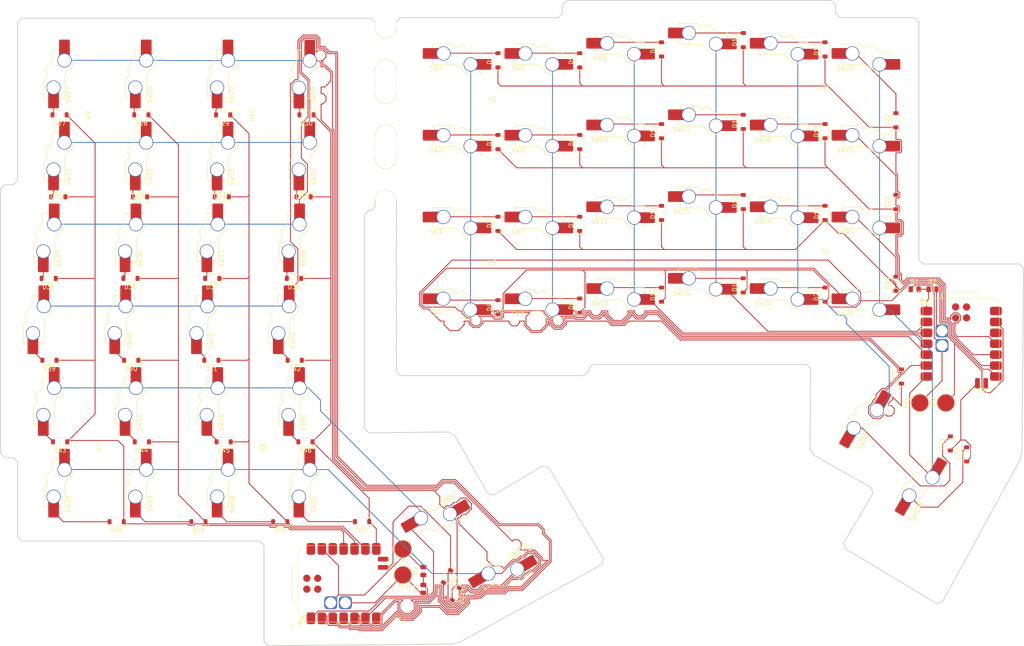
<source format=kicad_pcb>
(kicad_pcb (version 20241229) (generator "pcbnew") (generator_version "9.0")
  (layers (0 "F.Cu" signal) (2 "B.Cu" signal) (13 "F.Paste" user) (15 "B.Paste" user) (5 "F.SilkS" user "F.Silkscreen") (7 "B.SilkS" user "B.Silkscreen") (1 "F.Mask" user) (3 "B.Mask" user) (25 "Edge.Cuts" user))
  (net 0 "")
  (net 1 "Net-(D1-A)")
  (net 2 "/left/ROW0")
  (net 3 "/left/ROW1")
  (net 4 "Net-(D2-A)")
  (net 5 "Net-(D3-A)")
  (net 6 "/left/ROW2")
  (net 7 "/left/ROW3")
  (net 8 "Net-(D4-A)")
  (net 9 "Net-(D5-A)")
  (net 10 "Net-(D6-A)")
  (net 11 "Net-(D7-A)")
  (net 12 "Net-(D8-A)")
  (net 13 "Net-(D9-A)")
  (net 14 "Net-(D10-A)")
  (net 15 "Net-(D11-A)")
  (net 16 "Net-(D12-A)")
  (net 17 "Net-(D13-A)")
  (net 18 "Net-(D14-A)")
  (net 19 "Net-(D15-A)")
  (net 20 "Net-(D16-A)")
  (net 21 "Net-(D17-A)")
  (net 22 "Net-(D18-A)")
  (net 23 "Net-(D19-A)")
  (net 24 "Net-(D20-A)")
  (net 25 "Net-(D21-A)")
  (net 26 "/left/ROW4")
  (net 27 "Net-(D22-A)")
  (net 28 "Net-(D23-A)")
  (net 29 "Net-(D24-A)")
  (net 30 "Net-(D25-A)")
  (net 31 "Net-(D26-A)")
  (net 32 "/left/VBAT")
  (net 33 "/left/BT_PIN")
  (net 34 "GND")
  (net 35 "/left/COL0")
  (net 36 "/left/COL1")
  (net 37 "/left/COL2")
  (net 38 "/left/COL3")
  (net 39 "/left/COL4")
  (net 40 "/left/COL5")
  (net 48 "Net-(D27-A)")
  (net 49 "/right/ROW0")
  (net 50 "/right/ROW1")
  (net 51 "Net-(D28-A)")
  (net 52 "/right/ROW2")
  (net 53 "Net-(D29-A)")
  (net 54 "/right/ROW3")
  (net 55 "Net-(D30-A)")
  (net 56 "Net-(D31-A)")
  (net 57 "Net-(D32-A)")
  (net 58 "Net-(D33-A)")
  (net 59 "Net-(D34-A)")
  (net 60 "Net-(D35-A)")
  (net 61 "Net-(D36-A)")
  (net 62 "Net-(D37-A)")
  (net 63 "Net-(D38-A)")
  (net 64 "Net-(D39-A)")
  (net 65 "Net-(D40-A)")
  (net 66 "Net-(D41-A)")
  (net 67 "Net-(D42-A)")
  (net 68 "Net-(D43-A)")
  (net 69 "Net-(D44-A)")
  (net 70 "Net-(D45-A)")
  (net 71 "Net-(D46-A)")
  (net 72 "/right/ROW4")
  (net 73 "Net-(D47-A)")
  (net 74 "Net-(D48-A)")
  (net 75 "Net-(D49-A)")
  (net 76 "Net-(D50-A)")
  (net 77 "Net-(D51-A)")
  (net 78 "Net-(D52-A)")
  (net 79 "/right/VBAT")
  (net 80 "/right/BT_PIN")
  (net 81 "/right/COL0")
  (net 82 "/right/COL1")
  (net 83 "/right/COL2")
  (net 84 "/right/COL3")
  (net 85 "/right/COL4")
  (net 86 "/right/COL5")
  (footprint "Diode_SMD:D_SOD-123" (layer "F.Cu") (at 31.363799 99.0562 180)
    (property "Reference" "D35")
    (property "Value" "D")
  )
  (footprint "PCM_marbastlib-xp-mx:SW_MX_HS_KS-2P02B01-01_1u" (layer "F.Cu") (at 163.977348 87.450279)
    (property "Reference" "SW11")
    (property "Value" "SW_Push")
  )
  (footprint "PCM_marbastlib-xp-mx:SW_MX_HS_KS-2P02B01-01_1u" (layer "F.Cu") (at 75.698501 147.392399 90)
    (property "Reference" "SW50")
    (property "Value" "SW_Push")
  )
  (footprint "PCM_marbastlib-xp-mx:SW_MX_HS_KS-2P02B01-01_1u" (layer "F.Cu") (at 73.2992 90.242399 90)
    (property "Reference" "SW37")
    (property "Value" "SW_Push")
  )
  (footprint "PCM_marbastlib-xp-mx:SW_MX_HS_KS-2P02B01-01_1u" (layer "F.Cu") (at 202.077349 68.400278)
    (property "Reference" "SW18")
    (property "Value" "SW_Push")
  )
  (footprint "PCM_marbastlib-xp-mx:SW_MX_HS_KS-2P02B01-01_1u" (layer "F.Cu") (at 144.92735 89.831529)
    (property "Reference" "SW7")
    (property "Value" "SW_Push")
  )
  (footprint "PCM_marbastlib-xp-mx:SW_MX_HS_KS-2P02B01-01_1u" (layer "F.Cu") (at 221.127351 51.731529)
    (property "Reference" "SW22")
    (property "Value" "SW_Push")
  )
  (footprint "PCM_marbastlib-xp-mx:SW_MX_HS_KS-2P02B01-01_1u" (layer "F.Cu") (at 94.736801 71.1924 90)
    (property "Reference" "SW34")
    (property "Value" "SW_Push")
  )
  (footprint "PCM_marbastlib-xp-mx:SW_MX_HS_KS-2P02B01-01_1u" (layer "F.Cu") (at 89.936201 109.317799 90)
    (property "Reference" "SW42")
    (property "Value" "SW_Push")
  )
  (footprint "Diode_SMD:D_SOD-123" (layer "F.Cu") (at 228.747352 100.309029 90)
    (property "Reference" "D24")
    (property "Value" "D")
  )
  (footprint "Diode_SMD:D_SOD-123" (layer "F.Cu") (at 52.648999 80.056999 180)
    (property "Reference" "D32")
    (property "Value" "D")
  )
  (footprint "Diode_SMD:D_SOD-123" (layer "F.Cu") (at 69.261601 118.131599 180)
    (property "Reference" "D41")
    (property "Value" "D")
  )
  (footprint "MountingHole:MountingHole_2.7mm_M2.5" (layer "F.Cu") (at 46.79965 138.515099 90)
    (property "Reference" "H7")
    (property "Value" "MountingHole")
  )
  (footprint "PCM_marbastlib-xp-mx:SW_MX_HS_KS-2P02B01-01_1u" (layer "F.Cu") (at 202.077349 87.450279)
    (property "Reference" "SW19")
    (property "Value" "SW_Push")
  )
  (footprint "Diode_SMD:D_SOD-123" (layer "F.Cu") (at 193.187351 62.58903 90)
    (property "Reference" "D14")
    (property "Value" "D")
  )
  (footprint "PCM_marbastlib-xp-mx:SW_MX_HS_KS-2P02B01-01_1u" (layer "F.Cu") (at 202.077349 106.500279)
    (property "Reference" "SW20")
    (property "Value" "SW_Push")
  )
  (footprint "PCM_marbastlib-xp-mx:SW_MX_HS_KS-2P02B01-01_1u" (layer "F.Cu") (at 125.877351 89.83153)
    (property "Reference" "SW3")
    (property "Value" "SW_Push")
  )
  (footprint "PCM_marbastlib-xp-mx:SW_MX_HS_KS-2P02B01-01_1u" (layer "F.Cu") (at 56.636803 52.066201 90)
    (property "Reference" "SW28")
    (property "Value" "SW_Push")
  )
  (footprint "Diode_SMD:D_SOD-123" (layer "F.Cu") (at 212.23735 83.799031 90)
    (property "Reference" "D19")
    (property "Value" "D")
  )
  (footprint "MountingHole:MountingHole_2.7mm_M2.5" (layer "F.Cu") (at 134.767351 99.039031)
    (property "Reference" "H2")
    (property "Value" "MountingHole")
  )
  (footprint "Diode_SMD:D_SOD-123" (layer "F.Cu") (at 124.1777 168.499152 -120)
    (property "Reference" "D52")
    (property "Value" "D")
  )
  (footprint "Diode_SMD:D_SOD-123" (layer "F.Cu") (at 228.747349 81.259029 90)
    (property "Reference" "D23")
    (property "Value" "D")
  )
  (footprint "Diode_SMD:D_SOD-123" (layer "F.Cu") (at 155.087349 48.23903 90)
    (property "Reference" "D5")
    (property "Value" "D")
  )
  (footprint "PCM_marbastlib-xp-mx:SW_MX_HS_KS-2P02B01-01_1u" (layer "F.Cu") (at 183.027349 104.119029)
    (property "Reference" "SW16")
    (property "Value" "SW_Push")
  )
  (footprint "Diode_SMD:D_SOD-123" (layer "F.Cu") (at 50.4138 99.0562 180)
    (property "Reference" "D36")
    (property "Value" "D")
  )
  (footprint "Diode_SMD:D_SOD-123" (layer "F.Cu") (at 193.18735 81.259028 90)
    (property "Reference" "D15")
    (property "Value" "D")
  )
  (footprint "Diode_SMD:D_SOD-123" (layer "F.Cu") (at 33.598999 80.056999 180)
    (property "Reference" "D31")
    (property "Value" "D")
  )
  (footprint "Diode_SMD:D_SOD-123" (layer "F.Cu") (at 88.691601 118.1316 180)
    (property "Reference" "D42")
    (property "Value" "D")
  )
  (footprint "Diode_SMD:D_SOD-123" (layer "F.Cu") (at 136.037351 105.769029 90)
    (property "Reference" "D4")
    (property "Value" "D")
  )
  (footprint "Diode_SMD:D_SOD-123" (layer "F.Cu") (at 193.18735 100.68903 90)
    (property "Reference" "D16")
    (property "Value" "D")
  )
  (footprint "Diode_SMD:D_SOD-123" (layer "F.Cu") (at 193.187348 43.539029 90)
    (property "Reference" "D13")
    (property "Value" "D")
  )
  (footprint "PCM_marbastlib-xp-mx:SW_MX_HS_KS-2P02B01-01_1u" (layer "F.Cu") (at 51.836201 109.317799 90)
    (property "Reference" "SW40")
    (property "Value" "SW_Push")
  )
  (footprint "PCM_marbastlib-xp-mx:SW_MX_HS_KS-2P02B01-01_1u" (layer "F.Cu") (at 92.349201 128.367799 90)
    (property "Reference" "SW46")
    (property "Value" "SW_Push")
  )
  (footprint "Panelization:mouse-bite-5mm-slot" (layer "F.Cu") (at 109.899999 60.85 -90)
    (property "Reference" "B02" (hide yes))
    (property "Value" "break off" (hide yes))
  )
  (footprint "PCM_marbastlib-xp-mx:SW_MX_HS_KS-2P02B01-01_1u" (layer "F.Cu") (at 221.127349 108.881529)
    (property "Reference" "SW25")
    (property "Value" "SW_Push")
  )
  (footprint "Diode_SMD:D_SOD-123" (layer "F.Cu") (at 174.13735 45.69903 90)
    (property "Reference" "D9")
    (property "Value" "D")
  )
  (footprint "PCM_marbastlib-xp-mx:SW_MX_HS_KS-2P02B01-01_1u" (layer "F.Cu") (at 163.977348 106.500279)
    (property "Reference" "SW12")
    (property "Value" "SW_Push")
  )
  (footprint "PCM_marbastlib-xp-mx:SW_MX_HS_KS-2P02B01-01_1.75u" (layer "F.Cu") (at 237.5421 150.00934 60)
    (property "Reference" "SW26")
    (property "Value" "SW_Push")
  )
  (footprint "PCM_marbastlib-xp-mx:SW_MX_HS_KS-2P02B01-01_1u" (layer "F.Cu") (at 224.594448 134.286739 60)
    (property "Reference" "SW21")
    (property "Value" "SW_Push")
  )
  (footprint "Resistor_SMD:R_0805_2012Metric" (layer "F.Cu") (at 118.65042 171.39285 90)
    (property "Reference" "R3")
    (property "Value" "806k")
  )
  (footprint "Diode_SMD:D_SOD-123" (layer "F.Cu") (at 85.313399 155.749 180)
    (property "Reference" "D50")
    (property "Value" "D")
  )
  (footprint "Diode_SMD:D_SOD-123" (layer "F.Cu") (at 212.237351 45.699031 90)
    (property "Reference" "D17")
    (property "Value" "D")
  )
  (footprint "Diode_SMD:D_SOD-123" (layer "F.Cu") (at 66.2634 155.749001 180)
    (property "Reference" "D49")
    (property "Value" "D")
  )
  (footprint "MountingHole:MountingHole_2.7mm_M2.5" (layer "F.Cu") (at 44.259649 61.045102 90)
    (property "Reference" "H9")
    (property "Value" "MountingHole")
  )
  (footprint "MountingHole:MountingHole_2.7mm_M2.5" (layer "F.Cu") (at 212.23735 58.39903)
    (property "Reference" "H3")
    (property "Value" "MountingHole")
  )
  (footprint "Diode_SMD:D_SOD-123" (layer "F.Cu") (at 174.13735 64.749031 90)
    (property "Reference" "D10")
    (property "Value" "D")
  )
  (footprint "MountingHole:MountingHole_2.7mm_M2.5" (layer "F.Cu") (at 84.899651 138.515098 90)
    (property "Reference" "H8")
    (property "Value" "MountingHole")
  )
  (footprint "TestPoint:TestPoint_Pad_D4.0mm" (layer "F.Cu") (at 113.887923 168.137852 180)
    (property "Reference" "TP3")
    (property "Value" "BAT")
  )
  (footprint "Diode_SMD:D_SOD-123" (layer "F.Cu") (at 88.5138 99.0562 180)
    (property "Reference" "D38")
    (property "Value" "D")
  )
  (footprint "PCM_marbastlib-xp-mx:SW_MX_HS_KS-2P02B01-01_1u" (layer "F.Cu") (at 37.586802 71.192401 90)
    (property "Reference" "SW31")
    (property "Value" "SW_Push")
  )
  (footprint "Diode_SMD:D_SOD-123" (layer "F.Cu") (at 69.4638 99.0562 180)
    (property "Reference" "D37")
    (property "Value" "D")
  )
  (footprint "MountingHole:MountingHole_2.7mm_M2.5" (layer "F.Cu") (at 232.557351 158.729031)
    (property "Reference" "H5")
    (property "Value" "MountingHole")
  )
  (footprint "Diode_SMD:D_SOD-123" (layer "F.Cu") (at 53.0808 137.1308 180)
    (property "Reference" "D44")
    (property "Value" "D")
  )
  (footprint "PCM_marbastlib-xp-mx:SW_MX_HS_KS-2P02B01-01_1u" (layer "F.Cu") (at 125.877351 51.731529)
    (property "Reference" "SW1")
    (property "Value" "SW_Push")
  )
  (footprint "Diode_SMD:D_SOD-123" (layer "F.Cu") (at 212.23735 64.74903 90)
    (property "Reference" "D18")
    (property "Value" "D")
  )
  (footprint "PCM_marbastlib-xp-mx:SW_MX_HS_KS-2P02B01-01_1u" (layer "F.Cu") (at 183.027348 85.069029)
    (property "Reference" "SW15")
    (property "Value" "SW_Push")
  )
  (footprint "PCM_marbastlib-xp-mx:SW_MX_HS_KS-2P02B01-01_1u" (layer "F.Cu") (at 35.1992 128.367799 90)
    (property "Reference" "SW43")
    (property "Value" "SW_Push")
  )
  (footprint "Resistor_SMD:R_0805_2012Metric" (layer "F.Cu") (at 233.112352 101.57903)
    (property "Reference" "R1")
    (property "Value" "806k")
  )
  (footprint "PCM_marbastlib-xp-mx:SW_MX_HS_KS-2P02B01-01_1u" (layer "F.Cu") (at 37.586802 52.066202 90)
    (property "Reference" "SW27")
    (property "Value" "SW_Push")
  )
  (footprint "Diode_SMD:D_SOD-123" (layer "F.Cu") (at 212.237349 102.849026 90)
    (property "Reference" "D20")
    (property "Value" "D")
  )
  (footprint "Diode_SMD:D_SOD-123" (layer "F.Cu") (at 104.387801 155.7236 180)
    (property "Reference" "D51")
    (property "Value" "D")
  )
  (footprint "Diode_SMD:D_SOD-123" (layer "F.Cu") (at 72.1308 137.1308 180)
    (property "Reference" "D45")
    (property "Value" "D")
  )
  (footprint "Diode_SMD:D_SOD-123" (layer "F.Cu") (at 245.231951 140.047328 90)
    (property "Reference" "D26")
    (property "Value" "D")
  )
  (footprint "TestPoint:TestPoint_Pad_D4.0mm" (layer "F.Cu") (at 113.88792 162.087851 180)
    (property "Reference" "TP4")
    (property "Value" "GND")
  )
  (footprint "PCM_marbastlib-xp-mx:SW_MX_HS_KS-2P02B01-01_1u" (layer "F.Cu") (at 183.027349 46.969028)
    (property "Reference" "SW13")
    (property "Value" "SW_Push")
  )
  (footprint "PCM_marbastlib-xp-mx:SW_MX_HS_KS-2P02B01-01_1u" (layer "F.Cu") (at 221.127351 70.781529)
    (property "Reference" "SW23")
    (property "Value" "SW_Push")
  )
  (footprint "Diode_SMD:D_SOD-123" (layer "F.Cu") (at 47.213399 155.749 180)
    (property "Reference" "D48")
    (property "Value" "D")
  )
  (footprint "Diode_SMD:D_SOD-123" (layer "F.Cu") (at 136.037351 86.339031 90)
    (property "Reference" "D3")
    (property "Value" "D" (hide yes))
  )
  (footprint "PCM_marbastlib-xp-mx:SW_MX_HS_KS-2P02B01-01_1u" (layer "F.Cu") (at 54.2492 128.367799 90)
    (property "Reference" "SW44")
    (property "Value" "SW_Push")
  )
  (footprint "Diode_SMD:D_SOD-123" (layer "F.Cu") (at 136.037351 48.23903 90)
    (property "Reference" "D1")
    (property "Value" "D" (hide yes))
  )
  (footprint "Seeed Studio XIAO Series Library:modified-XIAO-nRF52840-SMD" (layer "F.Cu") (at 243.987348 114.279028)
    (property "Reference" "U1")
    (property "Value" "XIAO-nRF52840-SMD")
  )
  (footprint "TestPoint:TestPoint_Pad_D4.0mm" (layer "F.Cu") (at 234.337501 128.05625 90)
    (property "Reference" "TP1")
    (property "Value" "BAT")
  )
  (footprint "PCM_marbastlib-xp-mx:SW_MX_HS_KS-2P02B01-01_1u" (layer "F.Cu") (at 75.686801 71.192401 90)
    (property "Reference" "SW33")
    (property "Value" "SW_Push")
  )
  (footprint "Seeed Studio XIAO Series Library:modified-XIAO-nRF52840-SMD" (layer "F.Cu") (at 100.082501 170.131751 90)
    (property "Reference" "U2")
    (property "Value" "XIAO-nRF52840-SMD")
  )
  (footprint "PCM_marbastlib-xp-mx:SW_MX_HS_KS-2P02B01-01_1u" (layer "F.Cu") (at 70.886201 109.317799 90)
    (property "Reference" "SW41")
    (property "Value" "SW_Push")
  )
  (footprint "PCM_marbastlib-xp-mx:SW_MX_HS_KS-2P02B01-01_1.75u" (layer "F.Cu") (at 135.81831 163.716724 -150)
    (property "Reference" "SW52")
    (property "Value" "SW_Push")
  )
  (footprint "MountingHole:MountingHole_2.7mm_M2.5" (layer "F.Cu") (at 114.865299 175.4086 150)
    (property "Reference" "H12")
    (property "Value" "MountingHole")
  )
  (footprint "Diode_SMD:D_SOD-123" (layer "F.Cu") (at 228.747349 62.209029 90)
    (property "Reference" "D22")
    (property "Value" "D")
  )
  (footprint "Diode_SMD:D_SOD-123" (layer "F.Cu") (at 126.207257 172.603859 -120)
    (property "Reference" "D47")
    (property "Value" "D")
  )
  (footprint "Diode_SMD:D_SOD-123" (layer "F.Cu") (at 155.087347 86.339029 90)
    (property "Reference" "D7")
    (property "Value" "D")
  )
  (footprint "Diode_SMD:D_SOD-123" (layer "F.Cu") (at 31.5416 118.131598 180)
    (property "Reference" "D39")
    (property "Value" "D")
  )
  (footprint "PCM_marbastlib-xp-mx:SW_MX_HS_KS-2P02B01-01_1u" (layer "F.Cu") (at 92.3492 90.242399 90)
    (property "Reference" "SW38")
    (property "Value" "SW_Push")
  )
  (footprint "PCM_marbastlib-xp-mx:SW_MX_HS_KS-2P02B01-01_1u" (layer "F.Cu") (at 54.2492 90.242399 90)
    (property "Reference" "SW36")
    (property "Value" "SW_Push")
  )
  (footprint "Resistor_SMD:R_0805_2012Metric" (layer "F.Cu") (at 237.279849 101.57903)
    (property "Reference" "R2")
    (property "Value" "2M")
  )
  (footprint "PCM_marbastlib-xp-mx:SW_MX_HS_KS-2P02B01-01_1u" (layer "F.Cu") (at 144.927351 108.88153)
    (property "Reference" "SW8")
    (property "Value" "SW_Push")
  )
  (footprint "Panelization:mouse-bite-5mm-slot" (layer "F.Cu") (at 109.899999 45.6 90)
    (property "Reference" "B01" (hide yes))
    (property "Value" "break off" (hide yes))
  )
  (footprint "PCM_marbastlib-xp-mx:SW_MX_HS_KS-2P02B01-01_1u" (layer "F.Cu") (at 144.927351 51.731529)
    (property "Reference" "SW5")
    (property "Value" "SW_Push")
  )
  (footprint "Diode_SMD:D_SOD-123" (layer "F.Cu") (at 174.137349 83.79903 90)
    (property "Reference" "D11")
    (property "Value" "D")
  )
  (footprint "Diode_SMD:D_SOD-123" (layer "F.Cu") (at 50.5916 118.131598 180)
    (property "Reference" "D40")
    (property "Value" "D")
  )
  (footprint "Diode_SMD:D_SOD-123" (layer "F.Cu") (at 241.421948 137.50733 90)
    (property "Reference" "D21")
    (property "Value" "D")
  )
  (footprint "Diode_SMD:D_SOD-123" (layer "F.Cu") (at 155.087348 105.389029 90)
    (property "Reference" "D8")
    (property "Value" "D")
  )
  (footprint "Diode_SMD:D_SOD-123" (layer "F.Cu") (at 136.037351 67.28903 90)
    (property "Reference" "D2")
    (property "Value" "D" (hide yes))
  )
  (footprint "Diode_SMD:D_SOD-123" (layer "F.Cu") (at 71.699 80.056999 180)
    (property "Reference" "D33")
    (property "Value" "D")
  )
  (footprint "MountingHole:MountingHole_2.7mm_M2.5" (layer "F.Cu") (at 212.23735 96.49903)
    (property "Reference" "H4")
    (property "Value" "MountingHole")
  )
  (footprint "MountingHole:MountingHole_2.7mm_M2.5" (layer "F.Cu") (at 82.35965 61.0451 90)
    (property "Reference" "H10")
    (property "Value" "MountingHole")
  )
  (footprint "PCM_marbastlib-xp-mx:SW_MX_HS_KS-2P02B01-01_1u" (layer "F.Cu") (at 163.97735 49.350278)
    (property "Reference" "SW9")
    (property "Value" "SW_Push")
  )
  (footprint "MountingHole:MountingHole_2.7mm_M2.5" (layer "F.Cu") (at 134.767348 60.939029)
    (property "Reference" "H1")
    (property "Value" "MountingHole")
  )
  (footprint "PCM_marbastlib-xp-mx:SW_MX_HS_KS-2P02B01-01_1u" (layer "F.Cu") (at 202.077349 49.350278)
    (property "Reference" "SW17")
    (property "Value" "SW_Push")
  )
  (footprint "PCM_marbastlib-xp-mx:SW_MX_HS_KS-2P02B01-01_1u" (layer "F.Cu") (at 37.598501 147.392399 90)
    (property "Reference" "SW48")
    (property "Value" "SW_Push")
  )
  (footprint "PCM_marbastlib-xp-mx:SW_MX_HS_KS-2P02B01-01_1u" (layer "F.Cu") (at 32.786201 109.317799 90)
    (property "Reference" "SW39")
    (property "Value" "SW_Push")
  )
  (footprint "PCM_marbastlib-xp-mx:SW_MX_HS_KS-2P02B01-01_1u" (layer "F.Cu") (at 125.827349 108.881529)
    (property "Reference" "SW4")
    (property "Value" "SW_Push")
  )
  (footprint "Diode_SMD:D_SOD-123" (layer "F.Cu") (at 72.003801 60.956199 180)
    (property "Reference" "D29")
    (property "Value" "D")
  )
  (footprint "Diode_SMD:D_SOD-123" (layer "F.Cu") (at 34.0308 137.1308 180)
    (property "Reference" "D43")
    (property "Value" "D")
  )
  (footprint "Diode_SMD:D_SOD-123" (layer "F.Cu") (at 52.953801 60.956199 180)
    (property "Reference" "D28")
    (property "Value" "D")
  )
  (footprint "Diode_SMD:D_SOD-123" (layer "F.Cu") (at 91.433799 60.9562 180)
    (property "Reference" "D30")
    (property "Value" "D")
  )
  (footprint "PCM_marbastlib-xp-mx:SW_MX_HS_KS-2P02B01-01_1u" (layer "F.Cu") (at 94.748501 147.392399 90)
    (property "Reference" "SW51")
    (property "Value" "SW_Push")
  )
  (footprint "TestPoint:TestPoint_Pad_D4.0mm" (layer "F.Cu") (at 240.387502 128.056253 90)
    (property "Reference" "TP2")
    (property "Value" "GND")
  )
  (footprint "PCM_marbastlib-xp-mx:SW_MX_HS_KS-2P02B01-01_1u" (layer "F.Cu") (at 56.648501 147.392399 90)
    (property "Reference" "SW49")
    (property "Value" "SW_Push")
  )
  (footprint "Diode_SMD:D_SOD-123" (layer "F.Cu") (at 91.1808 137.1308 180)
    (property "Reference" "D46")
    (property "Value" "D")
  )
  (footprint "Diode_SMD:D_SOD-123" (layer "F.Cu") (at 33.903801 60.956199 180)
    (property "Reference" "D27")
    (property "Value" "D")
  )
  (footprint "Panelization:mouse-bite-5mm-slot" (layer "F.Cu") (at 109.899999 75.95 90)
    (property "Reference" "B03" (hide yes))
    (property "Value" "break off" (hide yes))
  )
  (footprint "PCM_marbastlib-xp-mx:SW_MX_HS_KS-2P02B01-01_1u" (layer "F.Cu") (at 125.877351 70.781528)
    (property "Reference" "SW2")
    (property "Value" "SW_Push")
  )
  (footprint "Diode_SMD:D_SOD-123" (layer "F.Cu") (at 174.137349 102.84903 90)
    (property "Reference" "D12")
    (property "Value" "D")
  )
  (footprint "Diode_SMD:D_SOD-123" (layer "F.Cu") (at 230.017349 121.899029 90)
    (property "Reference" "D25")
    (property "Value" "D")
  )
  (footprint "Diode_SMD:D_SOD-123" (layer "F.Cu") (at 155.087348 67.289028 90)
    (property "Reference" "D6")
    (property "Value" "D")
  )
  (footprint "PCM_marbastlib-xp-mx:SW_MX_HS_KS-2P02B01-01_1u" (layer "F.Cu") (at 120.13111 150.814209 -150)
    (property "Reference" "SW47")
    (property "Value" "SW_Push")
  )
  (footprint "PCM_marbastlib-xp-mx:SW_MX_HS_KS-2P02B01-01_1u" (layer "F.Cu") (at 73.2992 128.367799 90)
    (property "Reference" "SW45")
    (property "Value" "SW_Push")
  )
  (footprint "MountingHole:MountingHole_2.7mm_M2.5" (layer "F.Cu") (at 249.067349 129.004029)
    (property "Reference" "H6")
    (property "Value" "MountingHole")
  )
  (footprint "PCM_marbastlib-xp-mx:SW_MX_HS_KS-2P02B01-01_1u" (layer "F.Cu") (at 75.686801 52.066201 90)
    (property "Reference" "SW29")
    (property "Value" "SW_Push")
  )
  (footprint "PCM_marbastlib-xp-mx:SW_MX_HS_KS-2P02B01-01_1u" (layer "F.Cu") (at 94.7368 52.116201 90)
    (property "Reference" "SW30")
    (property "Value" "SW_Push")
  )
  (footprint "PCM_marbastlib-xp-mx:SW_MX_HS_KS-2P02B01-01_1u" (layer "F.Cu") (at 163.977348 68.400279)
    (property "Reference" "SW10")
    (property "Value" "SW_Push")
  )
  (footprint "PCM_marbastlib-xp-mx:SW_MX_HS_KS-2P02B01-01_1u" (layer "F.Cu") (at 183.027349 66.019028)
    (property "Reference" "SW14")
    (property "Value" "SW_Push")
  )
  (footprint "PCM_marbastlib-xp-mx:SW_MX_HS_KS-2P02B01-01_1u" (layer "F.Cu") (at 35.199199 90.242402 90)
    (property "Reference" "SW35")
    (property "Value" "SW_Push")
  )
  (footprint "Diode_SMD:D_SOD-123" (layer "F.Cu") (at 90.749 80.056999 180)
    (property "Reference" "D34")
    (property "Value" "D")
  )
  (footprint "PCM_marbastlib-xp-mx:SW_MX_HS_KS-2P02B01-01_1u" (layer "F.Cu") (at 221.127349 89.831528)
    (property "Reference" "SW24")
    (property "Value" "SW_Push")
  )
  (footprint "MountingHole:MountingHole_2.7mm_M2.5" (layer "F.Cu") (at 144.701225 158.351371 150)
    (property "Reference" "H11")
    (property "Value" "MountingHole")
  )
  (footprint "Resistor_SMD:R_0805_2012Metric" (layer "F.Cu") (at 118.650422 167.225351 90)
    (property "Reference" "R4")
    (property "Value" "2M")
  )
  (footprint "PCM_marbastlib-xp-mx:SW_MX_HS_KS-2P02B01-01_1u" (layer "F.Cu") (at 56.636803 71.192401 90)
    (property "Reference" "SW32")
    (property "Value" "SW_Push")
  )
  (footprint "PCM_marbastlib-xp-mx:SW_MX_HS_KS-2P02B01-01_1u" (layer "F.Cu") (at 144.92735 70.781529)
    (property "Reference" "SW6")
    (property "Value" "SW_Push")
  )
  (gr_line (start 126.024106 135.708219) (end 124.531718 134.847535) (stroke (width 0.2)) (layer "Edge.Cuts"))
  (gr_line (start 215.699999 38.299999) (end 214.699999 37.300001) (stroke (width 0.2)) (layer "Edge.Cuts"))
  (gr_line (start 105.931614 135.027344) (end 124.531718 134.847535) (stroke (width 0.2)) (layer "Edge.Cuts"))
  (gr_line (start 213.699998 34.3) (end 152.099998 34.299999) (stroke (width 0.2)) (layer "Edge.Cuts"))
  (gr_line (start 25.13167 38.437868) (end 106.531671 38.437867) (stroke (width 0.2)) (layer "Edge.Cuts"))
  (gr_line (start 107.4 55.885) (end 107.38 50.551) (stroke (width 0.05)) (layer "Edge.Cuts"))
  (gr_line (start 257.620796 141.377703) (end 239.579205 174.422297) (stroke (width 0.2)) (layer "Edge.Cuts"))
  (gr_line (start 134.992599 149.529139) (end 133.639236 149.167519) (stroke (width 0.2)) (layer "Edge.Cuts"))
  (gr_line (start 20.131672 78.237868) (end 21.131671 77.23787) (stroke (width 0.2)) (layer "Edge.Cuts"))
  (gr_line (start 257.5 95.700001) (end 235.100001 95.700001) (stroke (width 0.2)) (layer "Edge.Cuts"))
  (gr_line (start 104.931671 134.03787) (end 105.931614 135.027344) (stroke (width 0.2)) (layer "Edge.Cuts"))
  (gr_line (start 216.957414 162.014623) (end 216.608731 160.639074) (stroke (width 0.2)) (layer "Edge.Cuts"))
  (gr_line (start 81.531671 183.637869) (end 81.531671 161.237869) (stroke (width 0.2)) (layer "Edge.Cuts"))
  (gr_arc (start 112.43 70.998) (mid 109.89 73.538) (end 107.35 70.998) (stroke (width 0.05)) (layer "Edge.Cuts"))
  (gr_line (start 238.240532 174.788813) (end 216.957414 162.014623) (stroke (width 0.2)) (layer "Edge.Cuts"))
  (gr_line (start 24.131674 39.43787) (end 25.13167 38.437868) (stroke (width 0.2)) (layer "Edge.Cuts"))
  (gr_line (start 257.620796 141.377703) (end 258.108929 139.500041) (stroke (width 0.2)) (layer "Edge.Cuts"))
  (gr_line (start 209.57035 140.192436) (end 208.709667 138.700046) (stroke (width 0.2)) (layer "Edge.Cuts"))
  (gr_line (start 234.100001 39.3) (end 233.099999 38.299999) (stroke (width 0.2)) (layer "Edge.Cuts"))
  (gr_line (start 156.100002 121.700001) (end 157.100001 120.700002) (stroke (width 0.2)) (layer "Edge.Cuts"))
  (gr_line (start 113.3 38.300001) (end 112.4 39.299999) (stroke (width 0.2)) (layer "Edge.Cuts"))
  (gr_line (start 106.531671 38.437867) (end 107.4 39.4) (stroke (width 0.2)) (layer "Edge.Cuts"))
  (gr_line (start 112.38 40.645) (end 112.4 39.299999) (stroke (width 0.05)) (layer "Edge.Cuts"))
  (gr_line (start 20.131671 139.837868) (end 20.131672 78.237868) (stroke (width 0.2)) (layer "Edge.Cuts"))
  (gr_line (start 21.131671 77.23787) (end 23.131671 77.23787) (stroke (width 0.2)) (layer "Edge.Cuts"))
  (gr_line (start 24.131673 76.237871) (end 24.131674 39.43787) (stroke (width 0.2)) (layer "Edge.Cuts"))
  (gr_line (start 234.099999 94.699999) (end 234.100001 39.3) (stroke (width 0.2)) (layer "Edge.Cuts"))
  (gr_line (start 80.531671 160.237868) (end 25.131672 160.237868) (stroke (width 0.2)) (layer "Edge.Cuts"))
  (gr_line (start 24.131671 159.237868) (end 24.131671 141.837868) (stroke (width 0.2)) (layer "Edge.Cuts"))
  (gr_line (start 107.4 82.23787) (end 107.399999 80.904) (stroke (width 0.2)) (layer "Edge.Cuts"))
  (gr_line (start 223.39127 149.160928) (end 223.029652 147.807565) (stroke (width 0.2)) (layer "Edge.Cuts"))
  (gr_line (start 25.131672 160.237868) (end 24.131671 159.237868) (stroke (width 0.2)) (layer "Edge.Cuts"))
  (gr_line (start 106.53167 83.237869) (end 105.93167 83.237869) (stroke (width 0.2)) (layer "Edge.Cuts"))
  (gr_line (start 209.57035 140.192436) (end 223.029652 147.807565) (stroke (width 0.2)) (layer "Edge.Cuts"))
  (gr_line (start 150.100001 38.300002) (end 113.3 38.300001) (stroke (width 0.2)) (layer "Edge.Cuts"))
  (gr_line (start 235.100001 95.700001) (end 234.099999 94.699999) (stroke (width 0.2)) (layer "Edge.Cuts"))
  (gr_line (start 23.131671 77.23787) (end 24.131673 76.237871) (stroke (width 0.2)) (layer "Edge.Cuts"))
  (gr_arc (start 107.380001 65.791) (mid 109.89 63.281001) (end 112.399999 65.791) (stroke (width 0.05)) (layer "Edge.Cuts"))
  (gr_line (start 112.399998 120.699999) (end 113.3 121.700001) (stroke (width 0.2)) (layer "Edge.Cuts"))
  (gr_line (start 208.889474 120.099946) (end 208.709667 138.700046) (stroke (width 0.2)) (layer "Edge.Cuts"))
  (gr_line (start 214.700001 35.3) (end 213.699998 34.3) (stroke (width 0.2)) (layer "Edge.Cuts"))
  (gr_line (start 105.93167 83.237869) (end 104.931671 84.237868) (stroke (width 0.2)) (layer "Edge.Cuts"))
  (gr_line (start 157.100001 120.700002) (end 157.099999 120.100002) (stroke (width 0.2)) (layer "Edge.Cuts"))
  (gr_line (start 24.131671 141.837868) (end 23.131672 140.837868) (stroke (width 0.2)) (layer "Edge.Cuts"))
  (gr_line (start 127.209374 183.758665) (end 160.253969 165.717076) (stroke (width 0.2)) (layer "Edge.Cuts"))
  (gr_arc (start 107.38 50.551) (mid 109.89 48.041) (end 112.4 50.551) (stroke (width 0.05)) (layer "Edge.Cuts"))
  (gr_line (start 113.3 121.700001) (end 156.100002 121.700001) (stroke (width 0.2)) (layer "Edge.Cuts"))
  (gr_line (start 216.608731 160.639074) (end 223.39127 149.160928) (stroke (width 0.2)) (layer "Edge.Cuts"))
  (gr_line (start 151.100002 37.300001) (end 150.100001 38.300002) (stroke (width 0.2)) (layer "Edge.Cuts"))
  (gr_line (start 233.099999 38.299999) (end 215.699999 38.299999) (stroke (width 0.2)) (layer "Edge.Cuts"))
  (gr_line (start 157.099999 120.100002) (end 158.1 119.1) (stroke (width 0.2)) (layer "Edge.Cuts"))
  (gr_line (start 258.491073 96.699959) (end 257.5 95.700001) (stroke (width 0.2)) (layer "Edge.Cuts"))
  (gr_arc (start 112.38 55.885) (mid 109.89 58.375) (end 107.4 55.885) (stroke (width 0.05)) (layer "Edge.Cuts"))
  (gr_arc (start 107.399999 80.904) (mid 109.89 78.413999) (end 112.380001 80.904) (stroke (width 0.05)) (layer "Edge.Cuts"))
  (gr_line (start 151.100002 35.299999) (end 151.100002 37.300001) (stroke (width 0.2)) (layer "Edge.Cuts"))
  (gr_line (start 107.380001 65.791) (end 107.35 70.998) (stroke (width 0.05)) (layer "Edge.Cuts"))
  (gr_line (start 112.399998 120.699999) (end 112.380001 80.904) (stroke (width 0.2)) (layer "Edge.Cuts"))
  (gr_line (start 207.900002 119.100001) (end 208.889474 120.099946) (stroke (width 0.2)) (layer "Edge.Cuts"))
  (gr_line (start 214.699999 37.300001) (end 214.700001 35.3) (stroke (width 0.2)) (layer "Edge.Cuts"))
  (gr_line (start 104.931671 84.237868) (end 104.931671 134.03787) (stroke (width 0.2)) (layer "Edge.Cuts"))
  (gr_line (start 160.620484 164.378401) (end 147.846296 143.095283) (stroke (width 0.2)) (layer "Edge.Cuts"))
  (gr_line (start 152.099998 34.299999) (end 151.100002 35.299999) (stroke (width 0.2)) (layer "Edge.Cuts"))
  (gr_line (start 127.209374 183.758665) (end 125.331712 184.246798) (stroke (width 0.2)) (layer "Edge.Cuts"))
  (gr_line (start 125.331712 184.246798) (end 82.53163 184.628941) (stroke (width 0.2)) (layer "Edge.Cuts"))
  (gr_line (start 112.4 50.551) (end 112.38 55.885) (stroke (width 0.05)) (layer "Edge.Cuts"))
  (gr_line (start 147.846296 143.095283) (end 146.470744 142.746599) (stroke (width 0.2)) (layer "Edge.Cuts"))
  (gr_line (start 81.531671 161.237869) (end 80.531671 160.237868) (stroke (width 0.2)) (layer "Edge.Cuts"))
  (gr_line (start 239.579205 174.422297) (end 238.240532 174.788813) (stroke (width 0.2)) (layer "Edge.Cuts"))
  (gr_line (start 160.253969 165.717076) (end 160.620484 164.378401) (stroke (width 0.2)) (layer "Edge.Cuts"))
  (gr_line (start 146.470744 142.746599) (end 134.992599 149.529139) (stroke (width 0.2)) (layer "Edge.Cuts"))
  (gr_line (start 21.13167 140.837871) (end 20.131671 139.837868) (stroke (width 0.2)) (layer "Edge.Cuts"))
  (gr_line (start 158.1 119.1) (end 207.900002 119.100001) (stroke (width 0.2)) (layer "Edge.Cuts"))
  (gr_line (start 23.131672 140.837868) (end 21.13167 140.837871) (stroke (width 0.2)) (layer "Edge.Cuts"))
  (gr_line (start 107.4 39.4) (end 107.4 40.645) (stroke (width 0.05)) (layer "Edge.Cuts"))
  (gr_line (start 112.43 70.998) (end 112.399999 65.791) (stroke (width 0.05)) (layer "Edge.Cuts"))
  (gr_line (start 82.53163 184.628941) (end 81.531671 183.637869) (stroke (width 0.2)) (layer "Edge.Cuts"))
  (gr_line (start 258.108929 139.500041) (end 258.491073 96.699959) (stroke (width 0.2)) (layer "Edge.Cuts"))
  (gr_line (start 107.4 82.23787) (end 106.53167 83.237869) (stroke (width 0.2)) (layer "Edge.Cuts"))
  (gr_line (start 126.024106 135.708219) (end 133.639236 149.167519) (stroke (width 0.2)) (layer "Edge.Cuts"))
  (gr_arc (start 112.38 40.645) (mid 109.89 43.135) (end 107.4 40.645) (stroke (width 0.05)) (layer "Edge.Cuts"))
  (segment (start 136.037352 46.58903) (end 123.399849 46.589028) (width 0.2) (layer "F.Cu") (net 1))
  (segment (start 123.399849 46.589028) (end 123.337348 46.651528) (width 0.2) (layer "F.Cu") (net 1))
  (segment (start 228.747352 66.690529) (end 229.747513 66.690529) (width 0.2) (layer "F.Cu") (net 2))
  (segment (start 242.297491 109.401529) (end 242.49135 109.595388) (width 0.2) (layer "F.Cu") (net 2))
  (segment (start 193.18735 45.18903) (end 193.187349 53.5686) (width 0.2) (layer "F.Cu") (net 2))
  (segment (start 230.063351 67.006369) (end 230.063351 69.476689) (width 0.2) (layer "F.Cu") (net 2))
  (segment (start 229.54935 93.803141) (end 229.54935 97.543821) (width 0.2) (layer "F.Cu") (net 2))
  (segment (start 228.747349 74.518238) (end 229.148351 74.919241) (width 0.2) (layer "F.Cu") (net 2))
  (segment (start 241.511349 107.773769) (end 242.185589 107.099529) (width 0.2) (layer "F.Cu") (net 2))
  (segment (start 229.14835 93.402142) (end 229.54935 93.803141) (width 0.2) (layer "F.Cu") (net 2))
  (segment (start 228.747351 80.36003) (end 228.747353 82.158028) (width 0.2) (layer "F.Cu") (net 2))
  (segment (start 228.747349 63.859029) (end 228.747352 66.690529) (width 0.2) (layer "F.Cu") (net 2))
  (segment (start 229.346462 78.858028) (end 229.648351 79.159919) (width 0.2) (layer "F.Cu") (net 2))
  (segment (start 229.14835 85.339528) (end 229.913611 85.339529) (width 0.2) (layer "F.Cu") (net 2))
  (segment (start 229.346459 80.36003) (end 228.747351 80.36003) (width 0.2) (layer "F.Cu") (net 2))
  (segment (start 230.46435 88.692788) (end 229.913611 89.243528) (width 0.2) (layer "F.Cu") (net 2))
  (segment (start 155.087348 53.568601) (end 155.756249 54.2375) (width 0.2) (layer "F.Cu") (net 2))
  (segment (start 155.756249 54.2375) (end 174.806249 54.2375) (width 0.2) (layer "F.Cu") (net 2))
  (segment (start 174.13735 47.349031) (end 174.13735 53.568599) (width 0.2) (layer "F.Cu") (net 2))
  (segment (start 241.51135 108.615388) (end 241.511349 107.773769) (width 0.2) (layer "F.Cu") (net 2))
  (segment (start 229.54935 97.543821) (end 230.049349 98.04382) (width 0.2) (layer "F.Cu") (net 2))
  (segment (start 229.148351 74.919241) (end 229.14835 78.858028) (width 0.2) (layer "F.Cu") (net 2))
  (segment (start 240.208848 100.395568) (end 240.208849 108.275028) (width 0.2) (layer "F.Cu") (net 2))
  (segment (start 136.706249 54.2375) (end 155.756249 54.2375) (width 0.2) (layer "F.Cu") (net 2))
  (segment (start 230.508021 99.84717) (end 231.38116 98.97403) (width 0.2) (layer "F.Cu") (net 2))
  (segment (start 212.906249 54.237498) (end 222.527778 63.859027) (width 0.2) (layer "F.Cu") (net 2))
  (segment (start 230.464349 85.890266) (end 230.46435 88.692788) (width 0.2) (layer "F.Cu") (net 2))
  (segment (start 229.648349 83.358139) (end 229.346462 83.660028) (width 0.2) (layer "F.Cu") (net 2))
  (segment (start 229.747513 66.690529) (end 230.063351 67.006369) (width 0.2) (layer "F.Cu") (net 2))
  (segment (start 136.03735 53.568601) (end 136.706249 54.2375) (width 0.2) (layer "F.Cu") (net 2))
  (segment (start 243.139109 107.09953) (end 243.813349 107.77377) (width 0.2) (layer "F.Cu") (net 2))
  (segment (start 229.99222 99.33137) (end 230.508021 99.84717) (width 0.2) (layer "F.Cu") (net 2))
  (segment (start 230.049349 98.04382) (end 230.049352 99.27424) (width 0.2) (layer "F.Cu") (net 2))
  (segment (start 243.079751 112.603029) (end 250.366349 112.603028) (width 0.2) (layer "F.Cu") (net 2))
  (segment (start 222.527778 63.859027) (end 228.747349 63.859029) (width 0.2) (layer "F.Cu") (net 2))
  (segment (start 229.648351 79.159919) (end 229.64835 80.05814) (width 0.2) (layer "F.Cu") (net 2))
  (segment (start 229.148348 89.243528) (end 229.14835 93.402142) (width 0.2) (layer "F.Cu") (net 2))
  (segment (start 240.208849 108.275028) (end 241.170991 108.275029) (width 0.2) (layer "F.Cu") (net 2))
  (segment (start 229.913611 85.339529) (end 230.464349 85.890266) (width 0.2) (layer "F.Cu") (net 2))
  (segment (start 228.747349 69.792527) (end 228.747349 74.518238) (width 0.2) (layer "F.Cu") (net 2))
  (segment (start 229.14835 78.858028) (end 229.346462 78.858028) (width 0.2) (layer "F.Cu") (net 2))
  (segment (start 212.23735 53.568599) (end 212.23735 47.34903) (width 0.2) (layer "F.Cu") (net 2))
  (segment (start 155.087348 49.889029) (end 155.087348 53.568601) (width 0.2) (layer "F.Cu") (net 2))
  (segment (start 228.747353 82.158028) (end 229.346459 82.158028) (width 0.2) (layer "F.Cu") (net 2))
  (segment (start 238.787309 98.974031) (end 240.208848 100.395568) (width 0.2) (layer "F.Cu") (net 2))
  (segment (start 230.063351 69.476689) (end 229.747509 69.792527) (width 0.2) (layer "F.Cu") (net 2))
  (segment (start 229.346459 82.158028) (end 229.648352 82.45992) (width 0.2) (layer "F.Cu") (net 2))
  (segment (start 243.13911 109.401529) (end 242.297491 109.401529) (width 0.2) (layer "F.Cu") (net 2))
  (segment (start 174.13735 53.568599) (end 174.806249 54.2375) (width 0.2) (layer "F.Cu") (net 2))
  (segment (start 242.491349 112.014629) (end 243.079751 112.603029) (width 0.2) (layer "F.Cu") (net 2))
  (segment (start 229.747509 69.792527) (end 228.747349 69.792527) (width 0.2) (layer "F.Cu") (net 2))
  (segment (start 193.187349 53.5686) (end 193.856249 54.237498) (width 0.2) (layer "F.Cu") (net 2))
  (segment (start 229.14835 83.660028) (end 229.14835 85.339528) (width 0.2) (layer "F.Cu") (net 2))
  (segment (start 229.648352 82.45992) (end 229.648349 83.358139) (width 0.2) (layer "F.Cu") (net 2))
  (segment (start 231.38116 98.97403) (end 238.787309 98.974031) (width 0.2) (layer "F.Cu") (net 2))
  (segment (start 250.366349 112.603028) (end 252.042351 114.279028) (width 0.2) (layer "F.Cu") (net 2))
  (segment (start 242.185589 107.099529) (end 243.139109 107.09953) (width 0.2) (layer "F.Cu") (net 2))
  (segment (start 243.813349 107.77377) (end 243.813348 108.727289) (width 0.2) (layer "F.Cu") (net 2))
  (segment (start 230.049352 99.27424) (end 229.99222 99.33137) (width 0.2) (layer "F.Cu") (net 2))
  (segment (start 193.856249 54.237498) (end 212.906249 54.237498) (width 0.2) (layer "F.Cu") (net 2))
  (segment (start 136.037351 49.889031) (end 136.03735 53.568601) (width 0.2) (layer "F.Cu") (net 2))
  (segment (start 229.913611 89.243528) (end 229.148348 89.243528) (width 0.2) (layer "F.Cu") (net 2))
  (segment (start 212.906249 54.237498) (end 212.23735 53.568599) (width 0.2) (layer "F.Cu") (net 2))
  (segment (start 242.49135 109.595388) (end 242.491349 112.014629) (width 0.2) (layer "F.Cu") (net 2))
  (segment (start 229.64835 80.05814) (end 229.346459 80.36003) (width 0.2) (layer "F.Cu") (net 2))
  (segment (start 243.813348 108.727289) (end 243.13911 109.401529) (width 0.2) (layer "F.Cu") (net 2))
  (segment (start 241.170991 108.275029) (end 241.51135 108.615388) (width 0.2) (layer "F.Cu") (net 2))
  (segment (start 174.806249 54.2375) (end 193.856249 54.237498) (width 0.2) (layer "F.Cu") (net 2))
  (segment (start 229.346462 83.660028) (end 229.14835 83.660028) (width 0.2) (layer "F.Cu") (net 2))
  (segment (start 229.747509 88.842528) (end 230.06335 88.526691) (width 0.2) (layer "F.Cu") (net 3))
  (segment (start 229.747513 85.740528) (end 228.747353 85.740528) (width 0.2) (layer "F.Cu") (net 3))
  (segment (start 238.62121 99.37503) (end 231.54726 99.375027) (width 0.2) (layer "F.Cu") (net 3))
  (segment (start 155.087349 72.6186) (end 155.75625 73.287499) (width 0.2) (layer "F.Cu") (net 3))
  (segment (start 228.747349 93.568238) (end 228.747349 88.842528) (width 0.2) (layer "F.Cu") (net 3))
  (segment (start 212.237352 72.618601) (end 212.906249 73.287498) (width 0.2) (layer "F.Cu") (net 3))
  (segment (start 241.004892 108.67603) (end 239.807852 108.67603) (width 0.2) (layer "F.Cu") (net 3))
  (segment (start 193.18735 64.23903) (end 193.187349 72.6186) (width 0.2) (layer "F.Cu") (net 3))
  (segment (start 246.72865 116.819028) (end 242.090349 112.180727) (width 0.2) (layer "F.Cu") (net 3))
  (segment (start 239.807849 100.561668) (end 238.62121 99.37503) (width 0.2) (layer "F.Cu") (net 3))
  (segment (start 230.06335 88.526691) (end 230.063351 86.056369) (width 0.2) (layer "F.Cu") (net 3))
  (segment (start 155.75625 73.287499) (end 140.385822 73.287499) (width 0.2) (layer "F.Cu") (net 3))
  (segment (start 193.856251 73.2875) (end 174.806251 73.2875) (width 0.2) (layer "F.Cu") (net 3))
  (segment (start 212.237349 66.399026) (end 212.237352 72.618601) (width 0.2) (layer "F.Cu") (net 3))
  (segment (start 174.806251 73.2875) (end 155.75625 73.287499) (width 0.2) (layer "F.Cu") (net 3))
  (segment (start 174.13735 72.618599) (end 174.806251 73.2875) (width 0.2) (layer "F.Cu") (net 3))
  (segment (start 212.906249 73.287498) (end 222.527778 82.909027) (width 0.2) (layer "F.Cu") (net 3))
  (segment (start 229.14835 93.969241) (end 228.747349 93.568238) (width 0.2) (layer "F.Cu") (net 3))
  (segment (start 229.648351 98.209919) (end 229.346462 97.908028) (width 0.2) (layer "F.Cu") (net 3))
  (segment (start 242.090349 112.180727) (end 242.090352 109.76149) (width 0.2) (layer "F.Cu") (net 3))
  (segment (start 229.425119 99.331368) (end 229.64835 99.10814) (width 0.2) (layer "F.Cu") (net 3))
  (segment (start 140.385822 73.287499) (end 136.037351 68.939031) (width 0.2) (layer "F.Cu") (net 3))
  (segment (start 229.148349 97.908029) (end 229.14835 93.969241) (width 0.2) (layer "F.Cu") (net 3))
  (segment (start 229.64835 99.10814) (end 229.648351 98.209919) (width 0.2) (layer "F.Cu") (net 3))
  (segment (start 228.747353 85.740528) (end 228.747352 82.909029) (width 0.2) (layer "F.Cu") (net 3))
  (segment (start 239.807852 108.67603) (end 239.807849 100.561668) (width 0.2) (layer "F.Cu") (net 3))
  (segment (start 174.137349 66.39903) (end 174.13735 72.618599) (width 0.2) (layer "F.Cu") (net 3))
  (segment (start 193.187349 72.6186) (end 193.856251 73.2875) (width 0.2) (layer "F.Cu") (net 3))
  (segment (start 155.087347 68.939029) (end 155.087349 72.6186) (width 0.2) (layer "F.Cu") (net 3))
  (segment (start 212.906249 73.287498) (end 193.856251 73.2875) (width 0.2) (layer "F.Cu") (net 3))
  (segment (start 228.747349 88.842528) (end 229.747509 88.842528) (width 0.2) (layer "F.Cu") (net 3))
  (segment (start 230.063351 86.056369) (end 229.747513 85.740528) (width 0.2) (layer "F.Cu") (net 3))
  (segment (start 222.527778 82.909027) (end 228.747352 82.909029) (width 0.2) (layer "F.Cu") (net 3))
  (segment (start 252.042352 116.819028) (end 246.72865 116.819028) (width 0.2) (layer "F.Cu") (net 3))
  (segment (start 242.090352 109.76149) (end 241.004892 108.67603) (width 0.2) (layer "F.Cu") (net 3))
  (segment (start 231.54726 99.375027) (end 230.508021 100.41427) (width 0.2) (layer "F.Cu") (net 3))
  (segment (start 230.508021 100.41427) (end 229.425119 99.331368) (width 0.2) (layer "F.Cu") (net 3))
  (segment (start 229.346462 97.908028) (end 229.148349 97.908029) (width 0.2) (layer "F.Cu") (net 3))
  (segment (start 136.037352 65.63903) (end 123.399849 65.63903) (width 0.2) (layer "F.Cu") (net 4))
  (segment (start 123.399849 65.63903) (end 123.33735 65.701528) (width 0.2) (layer "F.Cu") (net 4))
  (segment (start 123.399848 84.689027) (end 123.33735 84.751528) (width 0.2) (layer "F.Cu") (net 5))
  (segment (start 136.037351 84.68903) (end 123.399848 84.689027) (width 0.2) (layer "F.Cu") (net 5))
  (segment (start 174.137349 85.449029) (end 174.137349 91.6686) (width 0.2) (layer "F.Cu") (net 6))
  (segment (start 239.406851 100.727768) (end 239.406851 109.077029) (width 0.2) (layer "F.Cu") (net 6))
  (segment (start 227.801126 99.362678) (end 227.312324 99.362677) (width 0.2) (layer "F.Cu") (net 6))
  (segment (start 239.406851 109.077029) (end 240.83879 109.077028) (width 0.2) (layer "F.Cu") (net 6))
  (segment (start 215.39385 88.60553) (end 216.555177 88.605531) (width 0.2) (layer "F.Cu") (net 6))
  (segment (start 228.747349 100.797703) (end 228.747353 101.959028) (width 0.2) (layer "F.Cu") (net 6))
  (segment (start 155.087348 91.668599) (end 155.75625 92.337499) (width 0.2) (layer "F.Cu") (net 6))
  (segment (start 155.75625 92.337499) (end 140.385821 92.3375) (width 0.2) (layer "F.Cu") (net 6))
  (segment (start 193.18735 82.909028) (end 193.187348 91.6686) (width 0.2) (layer "F.Cu") (net 6))
  (segment (start 212.237348 85.449028) (end 215.39385 88.60553) (width 0.2) (layer "F.Cu") (net 6))
  (segment (start 193.85625 92.337499) (end 174.80625 92.337499) (width 0.2) (layer "F.Cu") (net 6))
  (segment (start 155.087348 87.989029) (end 155.087348 91.668599) (width 0.2) (layer "F.Cu") (net 6))
  (segment (start 174.80625 92.337499) (end 155.75625 92.337499) (width 0.2) (layer "F.Cu") (net 6))
  (segment (start 229.719518 101.769869) (end 231.713362 99.77603) (width 0.2) (layer "F.Cu") (net 6))
  (segment (start 212.237348 85.449028) (end 205.348877 92.337499) (width 0.2) (layer "F.Cu") (net 6))
  (segment (start 231.713362 99.77603) (end 238.455108 99.776029) (width 0.2) (layer "F.Cu") (net 6))
  (segment (start 248.701548 119.359028) (end 252.042351 119.359028) (width 0.2) (layer "F.Cu") (net 6))
  (segment (start 227.312324 99.362677) (end 229.719518 101.769869) (width 0.2) (layer "F.Cu") (net 6))
  (segment (start 193.187348 91.6686) (end 193.85625 92.337499) (width 0.2) (layer "F.Cu") (net 6))
  (segment (start 228.747352 100.308901) (end 227.801126 99.362678) (width 0.2) (layer "F.Cu") (net 6))
  (segment (start 241.689349 112.34683) (end 248.701548 119.359028) (width 0.2) (layer "F.Cu") (net 6))
  (segment (start 205.348877 92.337499) (end 193.85625 92.337499) (width 0.2) (layer "F.Cu") (net 6))
  (segment (start 238.455108 99.776029) (end 239.406851 100.727768) (width 0.2) (layer "F.Cu") (net 6))
  (segment (start 140.385821 92.3375) (end 136.037351 87.98903) (width 0.2) (layer "F.Cu") (net 6))
  (segment (start 216.555177 88.605531) (end 228.747349 100.797703) (width 0.2) (layer "F.Cu") (net 6))
  (segment (start 228.747353 101.959028) (end 228.747352 100.308901) (width 0.2) (layer "F.Cu") (net 6))
  (segment (start 241.689349 109.927587) (end 241.689349 112.34683) (width 0.2) (layer "F.Cu") (net 6))
  (segment (start 240.83879 109.077028) (end 241.689349 109.927587) (width 0.2) (layer "F.Cu") (net 6))
  (segment (start 174.137349 91.6686) (end 174.80625 92.337499) (width 0.2) (layer "F.Cu") (net 6))
  (segment (start 117.760349 102.400268) (end 125.362591 94.798029) (width 0.2) (layer "F.Cu") (net 7))
  (segment (start 152.035349 109.006249) (end 152.035349 109.721557) (width 0.2) (layer "F.Cu") (net 7))
  (segment (start 124.85606 111.22643) (end 123.482449 109.852816) (width 0.2) (layer "F.Cu") (net 7))
  (segment (start 175.038349 103.598026) (end 175.03835 97.32013) (width 0.2) (layer "F.Cu") (net 7))
  (segment (start 227.642277 128.66133) (end 228.36045 129.379503) (width 0.2) (layer "F.Cu") (net 7))
  (segment (start 229.41824 121.00003) (end 229.116351 120.698138) (width 0.2) (layer "F.Cu") (net 7))
  (segment (start 239.005848 109.478029) (end 239.00585 100.89387) (width 0.2) (layer "F.Cu") (net 7))
  (segment (start 143.789962 111.627429) (end 142.181452 110.018919) (width 0.2) (layer "F.Cu") (net 7))
  (segment (start 140.355177 110.107528) (end 139.339525 110.107529) (width 0.2) (layer "F.Cu") (net 7))
  (segment (start 156.311351 97.64313) (end 155.75625 97.088028) (width 0.2) (layer "F.Cu") (net 7))
  (segment (start 223.416214 127.497536) (end 224.142502 126.771246) (width 0.2) (layer "F.Cu") (net 7))
  (segment (start 220.538349 104.609659) (end 219.395481 105.75253) (width 0.2) (layer "F.Cu") (net 7))
  (segment (start 220.538352 104.243751) (end 220.538349 104.609659) (width 0.2) (layer "F.Cu") (net 7))
  (segment (start 155.08735 107.039029) (end 156.311351 105.81503) (width 0.2) (layer "F.Cu") (net 7))
  (segment (start 231.87946 100.17703) (end 227.812737 104.24375) (width 0.2) (layer "F.Cu") (net 7))
  (segment (start 122.635882 109.006251) (end 119.783158 106.153528) (width 0.2) (layer "F.Cu") (net 7))
  (segment (start 141.07335 109.389355) (end 140.355177 110.107528) (width 0.2) (layer "F.Cu") (net 7))
  (segment (start 139.339525 110.107529) (end 138.621351 109.389355) (width 0.2) (layer "F.Cu") (net 7))
  (segment (start 229.116351 120.698138) (end 229.116348 119.91513) (width 0.2) (layer "F.Cu") (net 7))
  (segment (start 174.13735 104.499028) (end 175.038349 103.598026) (width 0.2) (layer "F.Cu") (net 7))
  (segment (start 228.36045 129.379503) (end 228.36045 130.395154) (width 0.2) (layer "F.Cu") (net 7))
  (segment (start 138.621351 109.389355) (end 138.621352 109.006251) (width 0.2) (layer "F.Cu") (net 7))
  (segment (start 225.491862 124.701397) (end 226.347991 124.701399) (width 0.2) (layer "F.Cu") (net 7))
  (segment (start 230.017348 128.738254) (end 228.006988 126.727893) (width 0.2) (layer "F.Cu") (net 7))
  (segment (start 129.28035 109.555454) (end 129.28035 109.00625) (width 0.2) (layer "F.Cu") (net 7))
  (segment (start 230.049359 121.00003) (end 229.41824 121.00003) (width 0.2) (layer "F.Cu") (net 7))
  (segment (start 118.711089 106.153527) (end 117.760349 105.202787) (width 0.2) (layer "F.Cu") (net 7))
  (segment (start 128.172252 109.006251) (end 128.172251 109.85282) (width 0.2) (layer "F.Cu") (net 7))
  (segment (start 209.47646 97.088029) (end 213.138349 100.749918) (width 0.2) (layer "F.Cu") (net 7))
  (segment (start 132.53435 109.555456) (end 131.581274 110.508531) (width 0.2) (layer "F.Cu") (net 7))
  (segment (start 165.446937 110.048178) (end 162.507761 110.048178) (width 0.2) (layer "F.Cu") (net 7))
  (segment (start 228.006988 127.234825) (end 227.008277 128.233535) (width 0.2) (layer "F.Cu") (net 7))
  (segment (start 147.979349 109.721556) (end 147.979348 109.09453) (width 0.2) (layer "F.Cu") (net 7))
  (segment (start 131.581274 110.508531) (end 130.233423 110.508531) (width 0.2) (layer "F.Cu") (net 7))
  (segment (start 137.26135 102.56637) (end 142.739689 97.08803) (width 0.2) (layer "F.Cu") (net 7))
  (segment (start 227.008277 128.233535) (end 227.008276 128.661326) (width 0.2) (layer "F.Cu") (net 7))
  (segment (start 125.362591 94.798029) (end 212.985528 94.798029) (width 0.2) (layer "F.Cu") (net 7))
  (segment (start 213.490851 105.752529) (end 212.237351 104.499029) (width 0.2) (layer "F.Cu") (net 7))
  (segment (start 227.008276 128.661326) (end 227.642277 128.66133) (width 0.2) (layer "F.Cu") (net 7))
  (segment (start 228.006988 126.727893) (end 228.006988 127.234825) (width 0.2) (layer "F.Cu") (net 7))
  (segment (start 241.28835 112.46437) (end 241.28835 110.093689) (width 0.2) (layer "F.Cu") (net 7))
  (segment (start 119.783158 106.153528) (end 118.711089 106.153527) (width 0.2) (layer "F.Cu") (net 7))
  (segment (start 142.181451 109.006251) (end 141.073349 109.006249) (width 0.2) (layer "F.Cu") (net 7))
  (segment (start 166.488869 109.00625) (end 165.446937 110.048178) (width 0.2) (layer "F.Cu") (net 7))
  (segment (start 147.979348 109.09453) (end 147.673251 109.09453) (width 0.2) (layer "F.Cu") (net 7))
  (segment (start 156.311351 105.81503) (end 156.311351 97.64313) (width 0.2) (layer "F.Cu") (net 7))
  (segment (start 224.142502 126.050756) (end 225.491862 124.701397) (width 0.2) (layer "F.Cu") (net 7))
  (segment (start 223.491615 131.668183) (end 222.348746 130.525313) (width 0.2) (layer "F.Cu") (net 7))
  (segment (start 227.812737 104.24375) (end 220.538352 104.243751) (width 0.2) (layer "F.Cu") (net 7))
  (segment (start 230.017349 123.549028) (end 230.017348 128.738254) (width 0.2) (layer "F.Cu") (net 7))
  (segment (start 150.847376 110.90953) (end 149.167326 110.90953) (width 0.2) (layer "F.Cu") (net 7))
  (segment (start 220.538352 102.35085) (end 220.538352 104.243751) (width 0.2) (layer "F.Cu") (net 7))
  (segment (start 194.088351 97.320131) (end 193.85625 97.088028) (width 0.2) (layer "F.Cu") (net 7))
  (segment (start 137.261351 106.195029) (end 137.26135 102.56637) (width 0.2) (layer "F.Cu") (net 7))
  (segment (start 213.138349 103.598027) (end 212.237351 104.499029) (width 0.2) (layer "F.Cu") (net 7))
  (segment (start 149.167326 110.90953) (end 147.979349 109.721556) (width 0.2) (layer "F.Cu") (net 7))
  (segment (start 222.348747 128.909052) (end 223.416212 127.841581) (width 0.2) (layer "F.Cu") (net 7))
  (segment (start 123.482451 109.006251) (end 122.635882 109.006251) (width 0.2) (layer "F.Cu") (net 7))
  (segment (start 228.36045 130.395154) (end 227.642277 131.113329) (width 0.2) (layer "F.Cu") (net 7))
  (segment (start 146.06474 111.627429) (end 143.789962 111.627429) (width 0.2) (layer "F.Cu") (net 7))
  (segment (start 212.985528 94.798029) (end 220.538352 102.35085) (width 0.2) (layer "F.Cu") (net 7))
  (segment (start 193.187349 102.339026) (end 194.088351 101.438031) (width 0.2) (layer "F.Cu") (net 7))
  (segment (start 161.465831 109.006249) (end 152.035349 109.006249) (width 0.2) (layer "F.Cu") (net 7))
  (segment (start 136.03735 107.41903) (end 137.261351 106.195029) (width 0.2) (layer "F.Cu") (net 7))
  (segment (start 162.507761 110.048178) (end 161.465831 109.006249) (width 0.2) (layer "F.Cu") (net 7))
  (segment (start 178.50117 113.392499) (end 174.114919 109.006249) (width 0.2) (layer "F.Cu") (net 7))
  (segment (start 226.347991 124.701399) (end 230.049359 121.00003) (width 0.2) (layer "F.Cu") (net 7))
  (segment (start 142.181452 110.018919) (end 142.181451 109.006251) (width 0.2) (layer "F.Cu") (net 7))
  (segment (start 226.144675 130.631381) (end 225.107878 131.668184) (width 0.2) (layer "F.Cu") (net 7))
  (segment (start 117.760349 105.202787) (end 117.760349 102.400268) (width 0.2) (layer "F.Cu") (net 7))
  (segment (start 123.482449 109.852816) (end 123.482451 109.006251) (width 0.2) (layer "F.Cu") (net 7))
  (segment (start 225.107878 131.668184) (end 223.491615 131.668183) (width 0.2) (layer "F.Cu") (net 7))
  (segment (start 147.673251 109.09453) (end 147.673251 110.018917) (width 0.2) (layer "F.Cu") (net 7))
  (segment (start 224.142502 126.771246) (end 224.142502 126.050756) (width 0.2) (layer "F.Cu") (net 7))
  (segment (start 129.28035 109.00625) (end 128.172252 109.006251) (width 0.2) (layer "F.Cu") (net 7))
  (segment (start 194.088351 101.438031) (end 194.088351 97.320131) (width 0.2) (layer "F.Cu") (net 7))
  (segment (start 174.80625 97.088028) (end 193.85625 97.088028) (width 0.2) (layer "F.Cu") (net 7))
  (segment (start 250.366348 120.223028) (end 248.998448 120.223028) (width 0.2) (layer "F.Cu") (net 7))
  (segment (start 252.042351 121.899028) (end 250.366348 120.223028) (width 0.2) (layer "F.Cu") (net 7))
  (segment (start 227.642277 131.113329) (end 226.626625 131.113328) (width 0.2) (layer "F.Cu") (net 7))
  (segment (start 142.739689 97.08803) (end 155.75625 97.088028) (width 0.2) (layer "F.Cu") (net 7))
  (segment (start 239.00585 100.89387) (end 238.289009 100.177028) (width 0.2) (layer "F.Cu") (net 7))
  (segment (start 248.998448 120.223028) (end 241.264071 112.488649) (width 0.2) (layer "F.Cu") (net 7))
  (segment (start 130.233423 110.508531) (end 129.28035 109.555454) (width 0.2) (layer "F.Cu") (net 7))
  (segment (start 174.114919 109.006249) (end 166.488869 109.00625) (width 0.2) (layer "F.Cu") (net 7))
  (segment (start 193.85625 97.088028) (end 209.47646 97.088029) (width 0.2) (layer "F.Cu") (net 7))
  (segment (start 213.138349 100.749918) (end 213.138349 103.598027) (width 0.2) (layer "F.Cu") (net 7))
  (segment (start 132.534351 109.006249) (end 132.53435 109.555456) (width 0.2) (layer "F.Cu") (net 7))
  (segment (start 241.264071 112.488649) (end 241.28835 112.46437) (width 0.2) (layer "F.Cu") (net 7))
  (segment (start 147.673251 110.018917) (end 146.06474 111.627429) (width 0.2) (layer "F.Cu") (net 7))
  (segment (start 240.672691 109.478029) (end 239.005848 109.478029) (width 0.2) (layer "F.Cu") (net 7))
  (segment (start 155.75625 97.088028) (end 174.80625 97.088028) (width 0.2) (layer "F.Cu") (net 7))
  (segment (start 128.172251 109.85282) (end 126.79864 111.226428) (width 0.2) (layer "F.Cu") (net 7))
  (segment (start 226.626625 131.113328) (end 226.144675 130.631381) (width 0.2) (layer "F.Cu") (net 7))
  (segment (start 175.03835 97.32013) (end 174.80625 97.088028) (width 0.2) (layer "F.Cu") (net 7))
  (segment (start 241.28835 110.093689) (end 240.672691 109.478029) (width 0.2) (layer "F.Cu") (net 7))
  (segment (start 238.289009 100.177028) (end 231.87946 100.17703) (width 0.2) (layer "F.Cu") (net 7))
  (segment (start 222.348746 130.525313) (end 222.348747 128.909052) (width 0.2) (layer "F.Cu") (net 7))
  (segment (start 138.621352 109.006251) (end 132.534351 109.006249) (width 0.2) (layer "F.Cu") (net 7))
  (segment (start 126.79864 111.226428) (end 124.85606 111.22643) (width 0.2) (layer "F.Cu") (net 7))
  (segment (start 222.59372 113.3925) (end 178.50117 113.392499) (width 0.2) (layer "F.Cu") (net 7))
  (segment (start 219.395481 105.75253) (end 213.490851 105.752529) (width 0.2) (layer "F.Cu") (net 7))
  (segment (start 223.416212 127.841581) (end 223.416214 127.497536) (width 0.2) (layer "F.Cu") (net 7))
  (segment (start 152.035349 109.721557) (end 150.847376 110.90953) (width 0.2) (layer "F.Cu") (net 7))
  (segment (start 141.073349 109.006249) (end 141.07335 109.389355) (width 0.2) (layer "F.Cu") (net 7))
  (segment (start 229.116348 119.91513) (end 222.59372 113.3925) (width 0.2) (layer "F.Cu") (net 7))
  (segment (start 136.03735 104.11903) (end 123.604849 104.119027) (width 0.2) (layer "F.Cu") (net 8))
  (segment (start 123.604849 104.119027) (end 123.287351 103.801531) (width 0.2) (layer "F.Cu") (net 8))
  (segment (start 142.449849 46.589028) (end 142.387348 46.651528) (width 0.2) (layer "F.Cu") (net 9))
  (segment (start 155.087349 46.589028) (end 142.449849 46.589028) (width 0.2) (layer "F.Cu") (net 9))
  (segment (start 142.449849 65.63903) (end 142.387348 65.701528) (width 0.2) (layer "F.Cu") (net 10))
  (segment (start 155.087349 65.63903) (end 142.449849 65.63903) (width 0.2) (layer "F.Cu") (net 10))
  (segment (start 142.44985 84.689029) (end 142.387349 84.751527) (width 0.2) (layer "F.Cu") (net 11))
  (segment (start 155.087349 84.68903) (end 142.44985 84.689029) (width 0.2) (layer "F.Cu") (net 11))
  (segment (start 142.44985 103.739029) (end 142.387349 103.801527) (width 0.2) (layer "F.Cu") (net 12))
  (segment (start 155.087348 103.739029) (end 142.44985 103.739029) (width 0.2) (layer "F.Cu") (net 12))
  (segment (start 161.6586 44.049028) (end 161.437348 44.270278) (width 0.2) (layer "F.Cu") (net 13))
  (segment (start 174.137351 44.04903) (end 161.6586 44.049028) (width 0.2) (layer "F.Cu") (net 13))
  (segment (start 161.6586 63.099028) (end 161.437348 63.320278) (width 0.2) (layer "F.Cu") (net 14))
  (segment (start 174.137351 63.09903) (end 161.6586 63.099028) (width 0.2) (layer "F.Cu") (net 14))
  (segment (start 174.13735 82.149031) (end 161.658599 82.149031) (width 0.2) (layer "F.Cu") (net 15))
  (segment (start 161.658599 82.149031) (end 161.437349 82.370277) (width 0.2) (layer "F.Cu") (net 15))
  (segment (start 174.13735 101.199031) (end 161.658599 101.19903) (width 0.2) (layer "F.Cu") (net 16))
  (segment (start 161.658599 101.19903) (end 161.437349 101.420278) (width 0.2) (layer "F.Cu") (net 16))
  (segment (start 193.187351 41.889028) (end 180.487352 41.889029) (width 0.2) (layer "F.Cu") (net 17))
  (segment (start 193.187348 60.939029) (end 180.487348 60.939028) (width 0.2) (layer "F.Cu") (net 18))
  (segment (start 193.187348 79.60903) (end 180.867349 79.60903) (width 0.2) (layer "F.Cu") (net 19))
  (segment (start 180.867349 79.60903) (end 180.487349 79.989027) (width 0.2) (layer "F.Cu") (net 19))
  (segment (start 193.18735 99.03903) (end 180.487349 99.039028) (width 0.2) (layer "F.Cu") (net 20))
  (segment (start 212.237348 44.04903) (end 199.758599 44.049027) (width 0.2) (layer "F.Cu") (net 21))
  (segment (start 199.758599 44.049027) (end 199.537353 44.270278) (width 0.2) (layer "F.Cu") (net 21))
  (segment (start 199.758599 63.099027) (end 199.537352 63.320279) (width 0.2) (layer "F.Cu") (net 22))
  (segment (start 212.237351 63.099031) (end 199.758599 63.099027) (width 0.2) (layer "F.Cu") (net 22))
  (segment (start 212.23735 82.14903) (end 199.758599 82.149027) (width 0.2) (layer "F.Cu") (net 23))
  (segment (start 199.758599 82.149027) (end 199.537353 82.37028) (width 0.2) (layer "F.Cu") (net 23))
  (segment (start 212.23735 101.19903) (end 199.758599 101.19903) (width 0.2) (layer "F.Cu") (net 24))
  (segment (start 199.758599 101.19903) (end 199.537349 101.420277) (width 0.2) (layer "F.Cu") (net 24))
  (segment (start 234.382305 147.390784) (end 220.937968 133.946444) (width 0.2) (layer "F.Cu") (net 25))
  (segment (start 241.308099 142.101818) (end 241.308101 146.117755) (width 0.2) (layer "F.Cu") (net 25))
  (segment (start 220.937968 133.946444) (end 218.92504 133.946443) (width 0.2) (layer "F.Cu") (net 25))
  (segment (start 241.421948 135.857329) (end 239.630277 137.649) (width 0.2) (layer "F.Cu") (net 25))
  (segment (start 239.630277 137.649) (end 239.630278 140.423999) (width 0.2) (layer "F.Cu") (net 25))
  (segment (start 241.308101 146.117755) (end 240.035071 147.390783) (width 0.2) (layer "F.Cu") (net 25))
  (segment (start 240.035071 147.390783) (end 234.382305 147.390784) (width 0.2) (layer "F.Cu") (net 25))
  (segment (start 239.630278 140.423999) (end 241.308099 142.101818) (width 0.2) (layer "F.Cu") (net 25))
  (segment (start 246.132949 140.796328) (end 246.132949 137.948221) (width 0.2) (layer "F.Cu") (net 26))
  (segment (start 243.862501 127.395782) (end 243.862501 136.716779) (width 0.2) (layer "F.Cu") (net 26))
  (segment (start 247.742349 123.515928) (end 243.862501 127.395782) (width 0.2) (layer "F.Cu") (net 26))
  (segment (start 246.132949 137.948221) (end 244.901512 136.716778) (width 0.2) (layer "F.Cu") (net 26))
  (segment (start 244.901512 136.716778) (end 243.862501 136.716779) (width 0.2) (layer "F.Cu") (net 26))
  (segment (start 243.862501 136.716779) (end 241.421951 139.157331) (width 0.2) (layer "F.Cu") (net 26))
  (segment (start 245.231951 141.697328) (end 246.132949 140.796328) (width 0.2) (layer "F.Cu") (net 26))
  (segment (start 219.363538 46.651528) (end 218.58735 46.65153) (width 0.2) (layer "F.Cu") (net 27))
  (segment (start 228.74735 56.035341) (end 219.363538 46.651528) (width 0.2) (layer "F.Cu") (net 27))
  (segment (start 228.747351 60.55903) (end 228.74735 56.035341) (width 0.2) (layer "F.Cu") (net 27))
  (segment (start 228.747352 79.609029) (end 228.747349 75.085338) (width 0.2) (layer "F.Cu") (net 28))
  (segment (start 228.747349 75.085338) (end 219.363538 65.701528) (width 0.2) (layer "F.Cu") (net 28))
  (segment (start 219.363538 65.701528) (end 218.58735 65.70153) (width 0.2) (layer "F.Cu") (net 28))
  (segment (start 228.747349 94.135338) (end 228.747349 98.659029) (width 0.2) (layer "F.Cu") (net 29))
  (segment (start 218.58735 84.75153) (end 219.36354 84.751528) (width 0.2) (layer "F.Cu") (net 29))
  (segment (start 219.36354 84.751528) (end 228.747349 94.135338) (width 0.2) (layer "F.Cu") (net 29))
  (segment (start 118.161351 102.56637) (end 124.040691 96.687029) (width 0.2) (layer "F.Cu") (net 30))
  (segment (start 142.58245 109.852817) (end 142.58245 107.910239) (width 0.2) (layer "F.Cu") (net 30))
  (segment (start 216.757059 103.801531) (end 218.58735 103.80153) (width 0.2) (layer "F.Cu") (net 30))
  (segment (start 151.634348 109.555454) (end 150.681273 110.508529) (width 0.2) (layer "F.Cu") (net 30))
  (segment (start 128.829218 108.292528) (end 127.68635 107.149659) (width 0.2) (layer "F.Cu") (net 30))
  (segment (start 169.897377 108.528279) (end 168.217326 108.52828) (width 0.2) (layer "F.Cu") (net 30))
  (segment (start 137.56458 107.026) (end 137.339349 107.251229) (width 0.2) (layer "F.Cu") (net 30))
  (segment (start 151.634348 108.293528) (end 151.634348 109.555454) (width 0.2) (layer "F.Cu") (net 30))
  (segment (start 129.681351 108.373702) (end 129.762522 108.292528) (width 0.2) (layer "F.Cu") (net 30))
  (segment (start 143.95606 111.22643) (end 142.58245 109.852817) (width 0.2) (layer "F.Cu") (net 30))
  (segment (start 150.681273 110.508529) (end 149.333423 110.50853) (width 0.2) (layer "F.Cu") (net 30))
  (segment (start 209.64256 96.687028) (end 216.757059 103.801531) (width 0.2) (layer "F.Cu") (net 30))
  (segment (start 149.333423 110.50853) (end 148.38035 109.555457) (width 0.2) (layer "F.Cu") (net 30))
  (segment (start 129.681351 109.389355) (end 129.681351 108.373702) (width 0.2) (layer "F.Cu") (net 30))
  (segment (start 136.802558 108.571028) (end 135.272139 108.571028) (width 0.2) (layer "F.Cu") (net 30))
  (segment (start 178.66727 112.9915) (end 173.10277 107.427001) (width 0.2) (layer "F.Cu") (net 30))
  (segment (start 134.735347 108.034239) (end 134.735351 107.604688) (width 0.2) (layer "F.Cu") (net 30))
  (segment (start 222.759822 112.991499) (end 178.66727 112.9915) (width 0.2) (layer "F.Cu") (net 30))
  (segment (start 126.916995 106.624999) (end 126.044524 105.75253) (width 0.2) (layer "F.Cu") (net 30))
  (segment (start 118.877191 105.752528) (end 118.16135 105.036691) (width 0.2) (layer "F.Cu") (net 30))
  (segment (start 129.762522 108.292528) (end 128.829218 108.292528) (width 0.2) (layer "F.Cu") (net 30))
  (segment (start 153.785573 108.221563) (end 153.713608 108.293528) (width 0.2) (layer "F.Cu") (net 30))
  (segment (start 143.466689 107.025998) (end 137.56458 107.026) (width 0.2) (layer "F.Cu") (net 30))
  (segment (start 124.040691 96.687029) (end 209.64256 96.687028) (width 0.2) (layer "F.Cu") (net 30))
  (segment (start 132.13335 109.389354) (end 131.415177 110.107528) (width 0.2) (layer "F.Cu") (net 30))
  (segment (start 167.124251 107.803768) (end 165.280838 109.64718) (width 0.2) (layer "F.Cu") (net 30))
  (segment (start 162.67386 109.647178) (end 160.830449 107.803767) (width 0.2) (layer "F.Cu") (net 30))
  (segment (start 131.652175 107.89253) (end 132.133349 108.3737) (width 0.2) (layer "F.Cu") (net 30))
  (segment (start 154.15604 108.592028) (end 153.785573 108.221563) (width 0.2) (layer "F.Cu") (net 30))
  (segment (start 156.790351 107.427002) (end 156.790351 107.82034) (width 0.2) (layer "F.Cu") (net 30))
  (segment (start 230.01735 120.249029) (end 222.759822 112.991499) (width 0.2) (layer "F.Cu") (net 30))
  (segment (start 126.044524 105.75253) (end 118.877191 105.752528) (width 0.2) (layer "F.Cu") (net 30))
  (segment (start 165.280838 109.64718) (end 162.67386 109.647178) (width 0.2) (layer "F.Cu") (net 30))
  (segment (start 158.057323 108.52828) (end 156.956045 107.427001) (width 0.2) (layer "F.Cu") (net 30))
  (segment (start 142.58245 107.910239) (end 143.466689 107.025998) (width 0.2) (layer "F.Cu") (net 30))
  (segment (start 135.272139 108.571028) (end 134.735347 108.034239) (width 0.2) (layer "F.Cu") (net 30))
  (segment (start 148.380351 108.693529) (end 147.763118 108.693529) (width 0.2) (layer "F.Cu") (net 30))
  (segment (start 147.272248 108.20266) (end 147.272249 109.852816) (width 0.2) (layer "F.Cu") (net 30))
  (segment (start 156.018661 108.592029) (end 154.15604 108.592028) (width 0.2) (layer "F.Cu") (net 30))
  (segment (start 134.447509 107.892528) (end 131.652175 107.89253) (width 0.2) (layer "F.Cu") (net 30))
  (segment (start 118.16135 105.036691) (end 118.161351 102.56637) (width 0.2) (layer "F.Cu") (net 30))
  (segment (start 130.399525 110.107531) (end 129.681351 109.389355) (width 0.2) (layer "F.Cu") (net 30))
  (segment (start 137.339349 107.251229) (end 137.33935 108.03424) (width 0.2) (layer "F.Cu") (net 30))
  (segment (start 127.686349 106.624999) (end 126.916995 106.624999) (width 0.2) (layer "F.Cu") (net 30))
  (segment (start 156.790351 107.82034) (end 156.018661 108.592029) (width 0.2) (layer "F.Cu") (net 30))
  (segment (start 167.124252 107.435206) (end 167.124251 107.803768) (width 0.2) (layer "F.Cu") (net 30))
  (segment (start 127.68635 107.149659) (end 127.686349 106.624999) (width 0.2) (layer "F.Cu") (net 30))
  (segment (start 148.38035 109.555457) (end 148.380351 108.693529) (width 0.2) (layer "F.Cu") (net 30))
  (segment (start 170.998655 107.427001) (end 169.897377 108.528279) (width 0.2) (layer "F.Cu") (net 30))
  (segment (start 132.133349 108.3737) (end 132.13335 109.389354) (width 0.2) (layer "F.Cu") (net 30))
  (segment (start 160.830449 107.803767) (end 160.830449 107.435205) (width 0.2) (layer "F.Cu") (net 30))
  (segment (start 160.830449 107.435205) (end 159.737377 108.528278) (width 0.2) (layer "F.Cu") (net 30))
  (segment (start 137.33935 108.03424) (end 136.802558 108.571028) (width 0.2) (layer "F.Cu") (net 30))
  (segment (start 147.272249 109.852816) (end 145.898639 111.22643) (width 0.2) (layer "F.Cu") (net 30))
  (segment (start 134.735351 107.604688) (end 134.447509 107.892528) (width 0.2) (layer "F.Cu") (net 30))
  (segment (start 173.10277 107.427001) (end 170.998655 107.427001) (width 0.2) (layer "F.Cu") (net 30))
  (segment (start 156.956045 107.427001) (end 156.790351 107.427002) (width 0.2) (layer "F.Cu") (net 30))
  (segment (start 159.737377 108.528278) (end 158.057323 108.52828) (width 0.2) (layer "F.Cu") (net 30))
  (segment (start 168.217326 108.52828) (end 167.124252 107.435206) (width 0.2) (layer "F.Cu") (net 30))
  (segment (start 145.898639 111.22643) (end 143.95606 111.22643) (width 0.2) (layer "F.Cu") (net 30))
  (segment (start 131.415177 110.107528) (end 130.399525 110.107531) (width 0.2) (layer "F.Cu") (net 30))
  (segment (start 147.763118 108.693529) (end 147.272248 108.20266) (width 0.2) (layer "F.Cu") (net 30))
  (segment (start 153.713608 108.293528) (end 151.634348 108.293528) (width 0.2) (layer "F.Cu") (net 30))
  (segment (start 231.87269 149.669044) (end 234.557886 152.354239) (width 0.2) (layer "F.Cu") (net 31))
  (segment (start 238.513387 152.354239) (end 244.330949 146.536675) (width 0.2) (layer "F.Cu") (net 31))
  (segment (start 244.330952 139.29833) (end 245.231949 138.397328) (width 0.2) (layer "F.Cu") (net 31))
  (segment (start 234.557886 152.354239) (end 238.513387 152.354239) (width 0.2) (layer "F.Cu") (net 31))
  (segment (start 244.330949 146.536675) (end 244.330952 139.29833) (width 0.2) (layer "F.Cu") (net 31))
  (segment (start 233.200848 100.578028) (end 237.063011 100.57803) (width 0.2) (layer "F.Cu") (net 32))
  (segment (start 237.063011 100.57803) (end 237.378848 100.893869) (width 0.2) (layer "F.Cu") (net 32))
  (segment (start 237.686353 112.87803) (end 239.487351 114.67903) (width 0.2) (layer "F.Cu") (net 32))
  (segment (start 237.686352 102.57169) (end 237.686353 112.87803) (width 0.2) (layer "F.Cu") (net 32))
  (segment (start 237.378848 102.26419) (end 237.686352 102.57169) (width 0.2) (layer "F.Cu") (net 32))
  (segment (start 239.487351 122.906399) (end 234.337501 128.05625) (width 0.2) (layer "F.Cu") (net 32))
  (segment (start 232.199849 101.57903) (end 233.200848 100.578028) (width 0.2) (layer "F.Cu") (net 32))
  (segment (start 237.378848 100.893869) (end 237.378848 102.26419) (width 0.2) (layer "F.Cu") (net 32))
  (segment (start 239.487351 114.67903) (end 239.487351 122.906399) (width 0.2) (layer "F.Cu") (net 32))
  (segment (start 236.367352 103.892351) (end 235.877349 104.38235) (width 0.2) (layer "F.Cu") (net 33))
  (segment (start 235.877349 104.38235) (end 235.877349 106.659028) (width 0.2) (layer "F.Cu") (net 33))
  (segment (start 236.36735 101.57903) (end 236.367352 103.892351) (width 0.2) (layer "F.Cu") (net 33))
  (segment (start 234.024853 101.57903) (end 236.36735 101.57903) (width 0.2) (layer "F.Cu") (net 33))
  (segment (start 248.79635 120.58803) (end 248.796349 124.737134) (width 0.2) (layer "F.Cu") (net 34))
  (segment (start 238.192353 109.98403) (end 239.487351 111.279029) (width 0.2) (layer "F.Cu") (net 34))
  (segment (start 104.937607 172.83075) (end 98.883501 172.830748) (width 0.2) (layer "F.Cu") (net 34))
  (segment (start 118.650422 166.312848) (end 118.112922 166.31285) (width 0.2) (layer "F.Cu") (net 34))
  (segment (start 242.387502 126.056252) (end 242.387501 114.179181) (width 0.2) (layer "F.Cu") (net 34))
  (segment (start 248.796349 124.737134) (end 249.734216 125.675001) (width 0.2) (layer "F.Cu") (net 34))
  (segment (start 113.88792 162.087851) (end 113.88792 163.880437) (width 0.2) (layer "F.Cu") (net 34))
  (segment (start 98.883501 172.830748) (end 98.8835 165.957749) (width 0.2) (layer "F.Cu") (net 34))
  (segment (start 253.718349 110.875028) (end 252.042351 109.19903) (width 0.2) (layer "F.Cu") (net 34))
  (segment (start 98.883501 172.830748) (end 97.082501 174.631749) (width 0.2) (layer "F.Cu") (net 34))
  (segment (start 249.734216 125.675001) (end 250.781435 125.675001) (width 0.2) (layer "F.Cu") (net 34))
  (segment (start 113.88792 163.880437) (end 104.937607 172.83075) (width 0.2) (layer "F.Cu") (net 34))
  (segment (start 250.781435 125.675001) (end 253.718351 122.738087) (width 0.2) (layer "F.Cu") (net 34))
  (segment (start 238.192352 101.579029) (end 238.192353 109.98403) (width 0.2) (layer "F.Cu") (net 34))
  (segment (start 98.8835 165.957749) (end 95.002499 162.076751) (width 0.2) (layer "F.Cu") (net 34))
  (segment (start 242.387501 114.179181) (end 239.487351 111.279029) (width 0.2) (layer "F.Cu") (net 34))
  (segment (start 118.112922 166.31285) (end 113.88792 162.087851) (width 0.2) (layer "F.Cu") (net 34))
  (segment (start 253.718351 122.738087) (end 253.718349 110.875028) (width 0.2) (layer "F.Cu") (net 34))
  (segment (start 242.387501 114.179181) (end 248.79635 120.58803) (width 0.2) (layer "F.Cu") (net 34))
  (segment (start 240.387502 128.056253) (end 242.387502 126.056252) (width 0.2) (layer "F.Cu") (net 34))
  (segment (start 161.231452 107.637669) (end 161.231452 107.026001) (width 0.2) (layer "F.Cu") (net 35))
  (segment (start 143.86769 106.625) (end 137.398477 106.625) (width 0.2) (layer "F.Cu") (net 35))
  (segment (start 165.114738 109.246178) (end 162.839963 109.246178) (width 0.2) (layer "F.Cu") (net 35))
  (segment (start 167.430351 107.174206) (end 167.430349 107.026) (width 0.2) (layer "F.Cu") (net 35))
  (segment (start 155.852562 108.19103) (end 154.32214 108.191031) (width 0.2) (layer "F.Cu") (net 35))
  (segment (start 169.731275 108.12728) (end 168.383424 108.127279) (width 0.2) (layer "F.Cu") (net 35))
  (segment (start 135.438241 106.668028) (end 136.221249 106.668029) (width 0.2) (layer "F.Cu") (net 35))
  (segment (start 135.136352 107.86814) (end 135.136353 106.969919) (width 0.2) (layer "F.Cu") (net 35))
  (segment (start 145.98701 106.625001) (end 145.898639 106.53663) (width 0.2) (layer "F.Cu") (net 35))
  (segment (start 178.833371 112.5905) (end 173.268872 107.026001) (width 0.2) (layer "F.Cu") (net 35))
  (segment (start 148.862525 108.29253) (end 147.92922 108.292529) (width 0.2) (layer "F.Cu") (net 35))
  (segment (start 136.221249 106.668029) (end 136.264277 106.625) (width 0.2) (layer "F.Cu") (net 35))
  (segment (start 143.956061 106.536625) (end 143.86769 106.625) (width 0.2) (layer "F.Cu") (net 35))
  (segment (start 153.785573 107.654463) (end 153.547509 107.892531) (width 0.2) (layer "F.Cu") (net 35))
  (segment (start 168.383424 108.127279) (end 167.430351 107.174206) (width 0.2) (layer "F.Cu") (net 35))
  (segment (start 148.781349 108.3737) (end 148.862525 108.29253) (width 0.2) (layer "F.Cu") (net 35))
  (segment (start 135.136353 106.969919) (end 135.438241 106.668028) (width 0.2) (layer "F.Cu") (net 35))
  (segment (start 156.389351 107.025999) (end 156.389352 107.654239) (width 0.2) (layer "F.Cu") (net 35))
  (segment (start 157.27035 107.174204) (end 157.270349 107.026001) (width 0.2) (layer "F.Cu") (net 35))
  (segment (start 136.938351 107.08513) (end 136.938349 107.86814) (width 0.2) (layer "F.Cu") (net 35))
  (segment (start 158.223422 108.127281) (end 157.27035 107.174204) (width 0.2) (layer "F.Cu") (net 35))
  (segment (start 170.684348 107.174204) (end 169.731275 108.12728) (width 0.2) (layer "F.Cu") (net 35))
  (segment (start 146.786351 107.149659) (end 146.786351 106.624999) (width 0.2) (layer "F.Cu") (net 35))
  (segment (start 160.52435 107.174206) (end 159.571276 108.127279) (width 0.2) (layer "F.Cu") (net 35))
  (segment (start 151.233349 108.373703) (end 151.233351 109.389356) (width 0.2) (layer "F.Cu") (net 35))
  (segment (start 166.723249 107.637668) (end 165.114738 109.246178) (width 0.2) (layer "F.Cu") (net 35))
  (segment (start 170.684349 107.025998) (end 170.684348 107.174204) (width 0.2) (layer "F.Cu") (net 35))
  (segment (start 160.524351 107.025999) (end 160.52435 107.174206) (width 0.2) (layer "F.Cu") (net 35))
  (segment (start 154.32214 108.191031) (end 153.785573 107.654463) (width 0.2) (layer "F.Cu") (net 35))
  (segment (start 145.898639 106.53663) (end 143.956061 106.536625) (width 0.2) (layer "F.Cu") (net 35))
  (segment (start 146.786351 106.624999) (end 145.98701 106.625001) (width 0.2) (layer "F.Cu") (net 35))
  (segment (start 133.470819 106.624999) (end 133.187351 106.341529) (width 0.2) (layer "F.Cu") (net 35))
  (segment (start 156.389352 107.654239) (end 155.852562 108.19103) (width 0.2) (layer "F.Cu") (net 35))
  (segment (start 159.571276 108.127279) (end 158.223422 108.127281) (width 0.2) (layer "F.Cu") (net 35))
  (segment (start 161.231452 107.026001) (end 160.524351 107.025999) (width 0.2) (layer "F.Cu") (net 35))
  (segment (start 162.839963 109.246178) (end 161.231452 107.637669) (width 0.2) (layer "F.Cu") (net 35))
  (segment (start 153.547509 107.892531) (end 150.752175 107.892528) (width 0.2) (layer "F.Cu") (net 35))
  (segment (start 150.752175 107.892528) (end 151.233349 108.373703) (width 0.2) (layer "F.Cu") (net 35))
  (segment (start 167.430349 107.026) (end 166.723249 107.026) (width 0.2) (layer "F.Cu") (net 35))
  (segment (start 147.92922 108.292529) (end 146.786351 107.149659) (width 0.2) (layer "F.Cu") (net 35))
  (segment (start 157.270349 107.026001) (end 156.389351 107.025999) (width 0.2) (layer "F.Cu") (net 35))
  (segment (start 235.877353 116.819029) (end 231.648824 112.5905) (width 0.2) (layer "F.Cu") (net 35))
  (segment (start 149.499523 110.107528) (end 148.78135 109.389354) (width 0.2) (layer "F.Cu") (net 35))
  (segment (start 231.648824 112.5905) (end 178.833371 112.5905) (width 0.2) (layer "F.Cu") (net 35))
  (segment (start 173.268872 107.026001) (end 170.684349 107.025998) (width 0.2) (layer "F.Cu") (net 35))
  (segment (start 136.636459 108.170031) (end 135.438238 108.17003) (width 0.2) (layer "F.Cu") (net 35))
  (segment (start 137.398477 106.625) (end 136.938351 107.08513) (width 0.2) (layer "F.Cu") (net 35))
  (segment (start 136.938349 107.86814) (end 136.636459 108.170031) (width 0.2) (layer "F.Cu") (net 35))
  (segment (start 166.723249 107.026) (end 166.723249 107.637668) (width 0.2) (layer "F.Cu") (net 35))
  (segment (start 151.233351 109.389356) (end 150.515179 110.107528) (width 0.2) (layer "F.Cu") (net 35))
  (segment (start 135.438238 108.17003) (end 135.136352 107.86814) (width 0.2) (layer "F.Cu") (net 35))
  (segment (start 148.78135 109.389354) (end 148.781349 108.3737) (width 0.2) (layer "F.Cu") (net 35))
  (segment (start 136.264277 106.625) (end 133.470819 106.624999) (width 0.2) (layer "F.Cu") (net 35))
  (segment (start 150.515179 110.107528) (end 149.499523 110.107528) (width 0.2) (layer "F.Cu") (net 35))
  (segment (start 129.687351 49.191529) (end 129.687349 92.462349) (width 0.2) (layer "B.Cu") (net 35))
  (segment (start 129.687349 92.462349) (end 129.637351 92.512349) (width 0.2) (layer "B.Cu") (net 35))
  (segment (start 129.637351 92.512349) (end 129.637348 106.34153) (width 0.2) (layer "B.Cu") (net 35))
  (segment (start 155.98835 107.488141) (end 155.988349 106.70513) (width 0.2) (layer "F.Cu") (net 36))
  (segment (start 157.671352 106.625001) (end 157.671351 107.008105) (width 0.2) (layer "F.Cu") (net 36))
  (segment (start 155.988349 106.70513) (end 156.068479 106.625001) (width 0.2) (layer "F.Cu") (net 36))
  (segment (start 161.632449 106.624999) (end 161.632449 107.471566) (width 0.2) (layer "F.Cu") (net 36))
  (segment (start 161.632449 107.471566) (end 163.006061 108.845179) (width 0.2) (layer "F.Cu") (net 36))
  (segment (start 159.405176 107.726279) (end 160.123348 107.008105) (width 0.2) (layer "F.Cu") (net 36))
  (segment (start 154.186351 106.624999) (end 154.186351 107.488139) (width 0.2) (layer "F.Cu") (net 36))
  (segment (start 163.006061 108.845179) (end 164.948639 108.84518) (width 0.2) (layer "F.Cu") (net 36))
  (segment (start 164.948639 108.84518) (end 166.322249 107.471567) (width 0.2) (layer "F.Cu") (net 36))
  (segment (start 166.322253 106.625) (end 167.831351 106.625001) (width 0.2) (layer "F.Cu") (net 36))
  (segment (start 154.488241 107.790029) (end 155.68646 107.790028) (width 0.2) (layer "F.Cu") (net 36))
  (segment (start 160.123349 106.624999) (end 161.632449 106.624999) (width 0.2) (layer "F.Cu") (net 36))
  (segment (start 156.068479 106.625001) (end 157.671352 106.625001) (width 0.2) (layer "F.Cu") (net 36))
  (segment (start 168.549525 107.726279) (end 169.565177 107.726278) (width 0.2) (layer "F.Cu") (net 36))
  (segment (start 233.787821 112.189502) (end 235.877348 114.279028) (width 0.2) (layer "F.Cu") (net 36))
  (segment (start 167.831351 106.625001) (end 167.83135 107.008104) (width 0.2) (layer "F.Cu") (net 36))
  (segment (start 173.434969 106.624999) (end 178.99947 112.189501) (width 0.2) (layer "F.Cu") (net 36))
  (segment (start 154.186351 107.488139) (end 154.488241 107.790029) (width 0.2) (layer "F.Cu") (net 36))
  (segment (start 170.283351 107.008106) (end 170.283349 106.624999) (width 0.2) (layer "F.Cu") (net 36))
  (segment (start 166.322249 107.471567) (end 166.322253 106.625) (width 0.2) (layer "F.Cu") (net 36))
  (segment (start 152.28735 106.34153) (end 152.570821 106.624999) (width 0.2) (layer "F.Cu") (net 36))
  (segment (start 155.68646 107.790028) (end 155.98835 107.488141) (width 0.2) (layer "F.Cu") (net 36))
  (segment (start 160.123348 107.008105) (end 160.123349 106.624999) (width 0.2) (layer "F.Cu") (net 36))
  (segment (start 152.570821 106.624999) (end 154.186351 106.624999) (width 0.2) (layer "F.Cu") (net 36))
  (segment (start 157.671351 107.008105) (end 158.389524 107.726281) (width 0.2) (layer "F.Cu") (net 36))
  (segment (start 169.565177 107.726278) (end 170.283351 107.008106) (width 0.2) (layer "F.Cu") (net 36))
  (segment (start 167.83135 107.008104) (end 168.549525 107.726279) (width 0.2) (layer "F.Cu") (net 36))
  (segment (start 158.389524 107.726281) (end 159.405176 107.726279) (width 0.2) (layer "F.Cu") (net 36))
  (segment (start 170.283349 106.624999) (end 173.434969 106.624999) (width 0.2) (layer "F.Cu") (net 36))
  (segment (start 178.99947 112.189501) (end 233.787821 112.189502) (width 0.2) (layer "F.Cu") (net 36))
  (segment (start 148.73735 106.341531) (end 148.737349 49.191528) (width 0.2) (layer "B.Cu") (net 36))
  (segment (start 235.877353 111.739029) (end 235.827881 111.788499) (width 0.2) (layer "F.Cu") (net 37))
  (segment (start 179.165572 111.788501) (end 171.33735 103.96028) (width 0.2) (layer "F.Cu") (net 37))
  (segment (start 235.827881 111.788499) (end 179.165572 111.788501) (width 0.2) (layer "F.Cu") (net 37))
  (segment (start 167.787349 46.810278) (end 167.787351 103.960278) (width 0.2) (layer "B.Cu") (net 37))
  (segment (start 190.387352 102.829028) (end 190.38735 101.57903) (width 0.2) (layer "F.Cu") (net 38))
  (segment (start 198.945822 111.387501) (end 190.387352 102.829028) (width 0.2) (layer "F.Cu") (net 38))
  (segment (start 233.688877 111.387499) (end 198.945822 111.387501) (width 0.2) (layer "F.Cu") (net 38))
  (segment (start 235.877348 109.199028) (end 233.688877 111.387499) (width 0.2) (layer "F.Cu") (net 38))
  (segment (start 186.837351 101.579028) (end 186.837349 44.429028) (width 0.2) (layer "B.Cu") (net 38))
  (segment (start 224.299748 127.316742) (end 232.257461 119.359029) (width 0.2) (layer "F.Cu") (net 39))
  (segment (start 232.257461 119.359029) (end 235.877348 119.359028) (width 0.2) (layer "F.Cu") (net 39))
  (segment (start 224.299745 129.717179) (end 224.299748 127.316742) (width 0.2) (layer "F.Cu") (net 39))
  (segment (start 227.193751 126.82318) (end 224.299745 129.717179) (width 0.2) (layer "B.Cu") (net 39))
  (segment (start 216.555176 107.65553) (end 217.273349 108.373701) (width 0.2) (layer "B.Cu") (net 39))
  (segment (start 217.157419 109.505284) (end 227.19375 119.541616) (width 0.2) (layer "B.Cu") (net 39))
  (segment (start 215.423594 107.771459) (end 215.539523 107.65553) (width 0.2) (layer "B.Cu") (net 39))
  (segment (start 215.539523 107.65553) (end 216.555176 107.65553) (width 0.2) (layer "B.Cu") (net 39))
  (segment (start 205.887348 103.96028) (end 211.612414 103.960277) (width 0.2) (layer "B.Cu") (net 39))
  (segment (start 205.887349 46.810278) (end 205.887348 103.96028) (width 0.2) (layer "B.Cu") (net 39))
  (segment (start 217.273349 108.373701) (end 217.27335 109.389354) (width 0.2) (layer "B.Cu") (net 39))
  (segment (start 227.19375 119.541616) (end 227.193751 126.82318) (width 0.2) (layer "B.Cu") (net 39))
  (segment (start 217.27335 109.389354) (end 217.157419 109.505284) (width 0.2) (layer "B.Cu") (net 39))
  (segment (start 211.612414 103.960277) (end 215.423594 107.771459) (width 0.2) (layer "B.Cu") (net 39))
  (segment (start 231.956249 125.820128) (end 231.956249 140.148636) (width 0.2) (layer "F.Cu") (net 40))
  (segment (start 231.956249 140.148636) (end 237.247394 145.439783) (width 0.2) (layer "F.Cu") (net 40))
  (segment (start 235.87735 121.89903) (end 231.956249 125.820128) (width 0.2) (layer "F.Cu") (net 40))
  (segment (start 227.270804 106.341529) (end 237.247393 116.318123) (width 0.2) (layer "B.Cu") (net 40))
  (segment (start 224.93735 106.341528) (end 227.270804 106.341529) (width 0.2) (layer "B.Cu") (net 40))
  (segment (start 224.93735 106.341528) (end 224.937349 49.191528) (width 0.2) (layer "B.Cu") (net 40))
  (segment (start 237.247393 116.318123) (end 237.247394 145.439783) (width 0.2) (layer "B.Cu") (net 40))
  (segment (start 32.506801 58.1562) (end 32.5068 60.703199) (width 0.2) (layer "F.Cu") (net 48))
  (segment (start 32.5068 60.703199) (end 32.253801 60.956199) (width 0.2) (layer "F.Cu") (net 48))
  (segment (start 85.929791 156.632599) (end 84.697011 156.632599) (width 0.2) (layer "F.Cu") (net 49))
  (segment (start 42.1842 67.586598) (end 42.184199 79.28865) (width 0.2) (layer "F.Cu") (net 49))
  (segment (start 42.184201 118.106198) (end 42.1842 130.6274) (width 0.2) (layer "F.Cu") (net 49))
  (segment (start 35.9975 136.814101) (end 47.504227 136.814099) (width 0.2) (layer "F.Cu") (net 49))
  (segment (start 87.131201 157.051) (end 86.348191 157.050999) (width 0.2) (layer "F.Cu") (net 49))
  (segment (start 65.3644 156.34811) (end 65.062511 156.650001) (width 0.2) (layer "F.Cu") (net 49))
  (segment (start 100.082501 158.248368) (end 99.434322 157.600189) (width 0.2) (layer "F.Cu") (net 49))
  (segment (start 67.162401 156.2316) (end 65.3644 156.231599) (width 0.2) (layer "F.Cu") (net 49))
  (segment (start 63.8624 156.34811) (end 63.862401 156.231598) (width 0.2) (layer "F.Cu") (net 49))
  (segment (start 87.680391 157.600193) (end 87.131201 157.051) (width 0.2) (layer "F.Cu") (net 49))
  (segment (start 68.379911 156.632599) (end 68.36251 156.65) (width 0.2) (layer "F.Cu") (net 49))
  (segment (start 84.697011 156.632599) (end 84.278611 157.050999) (width 0.2) (layer "F.Cu") (net 49))
  (segment (start 63.862401 156.231598) (end 49.346001 156.231601) (width 0.2) (layer "F.Cu") (net 49))
  (segment (start 35.553801 60.956199) (end 42.1842 67.586598) (width 0.2) (layer "F.Cu") (net 49))
  (segment (start 42.184199 99.0562) (end 42.184201 118.106198) (width 0.2) (layer "F.Cu") (net 49))
  (segment (start 42.1842 130.6274) (end 35.6808 137.1308) (width 0.2) (layer "F.Cu") (net 49))
  (segment (start 42.184199 80.0062) (end 42.184199 99.0562) (width 0.2) (layer "F.Cu") (net 49))
  (segment (start 68.36251 156.65) (end 67.46429 156.649999) (width 0.2) (layer "F.Cu") (net 49))
  (segment (start 64.164291 156.649999) (end 63.8624 156.34811) (width 0.2) (layer "F.Cu") (net 49))
  (segment (start 42.158801 118.131598) (end 42.184201 118.106198) (width 0.2) (layer "F.Cu") (net 49))
  (segment (start 42.184199 79.28865) (end 42.184199 80.0062) (width 0.2) (layer "F.Cu") (net 49))
  (segment (start 83.048191 157.050999) (end 82.629791 156.632599) (width 0.2) (layer "F.Cu") (net 49))
  (segment (start 65.3644 156.231599) (end 65.3644 156.34811) (width 0.2) (layer "F.Cu") (net 49))
  (segment (start 99.434322 157.600189) (end 87.680391 157.600193) (width 0.2) (layer "F.Cu") (net 49))
  (segment (start 65.062511 156.650001) (end 64.164291 156.649999) (width 0.2) (layer "F.Cu") (net 49))
  (segment (start 35.6808 137.1308) (end 35.9975 136.814101) (width 0.2) (layer "F.Cu") (net 49))
  (segment (start 86.348191 157.050999) (end 85.929791 156.632599) (width 0.2) (layer "F.Cu") (net 49))
  (segment (start 84.278611 157.050999) (end 83.048191 157.050999) (width 0.2) (layer "F.Cu") (net 49))
  (segment (start 67.162401 156.34811) (end 67.162401 156.2316) (width 0.2) (layer "F.Cu") (net 49))
  (segment (start 33.0138 99.0562) (end 42.184199 99.0562) (width 0.2) (layer "F.Cu") (net 49))
  (segment (start 82.629791 156.632599) (end 68.379911 156.632599) (width 0.2) (layer "F.Cu") (net 49))
  (segment (start 100.082499 162.076748) (end 100.082501 158.248368) (width 0.2) (layer "F.Cu") (net 49))
  (segment (start 42.133401 80.057001) (end 42.184199 80.0062) (width 0.2) (layer "F.Cu") (net 49))
  (segment (start 49.346001 156.231601) (end 48.8634 155.749001) (width 0.2) (layer "F.Cu") (net 49))
  (segment (start 67.46429 156.649999) (end 67.162401 156.34811) (width 0.2) (layer "F.Cu") (net 49))
  (segment (start 48.863401 138.173272) (end 48.8634 155.749001) (width 0.2) (layer "F.Cu") (net 49))
  (segment (start 35.248999 80.056999) (end 42.133401 80.057001) (width 0.2) (layer "F.Cu") (net 49))
  (segment (start 33.191601 118.131598) (end 42.158801 118.131598) (width 0.2) (layer "F.Cu") (net 49))
  (segment (start 47.504227 136.814099) (end 48.863401 138.173272) (width 0.2) (layer "F.Cu") (net 49))
  (segment (start 61.5888 99.0562) (end 61.5888 137.1562) (width 0.2) (layer "F.Cu") (net 50))
  (segment (start 86.51429 156.649999) (end 86.212401 156.34811) (width 0.2) (layer "F.Cu") (net 50))
  (segment (start 68.396001 156.231601) (end 67.913399 155.749) (width 0.2) (layer "F.Cu") (net 50))
  (segment (start 87.297301 156.650001) (end 86.51429 156.649999) (width 0.2) (layer "F.Cu") (net 50))
  (segment (start 102.622501 162.076749) (end 102.6225 160.221269) (width 0.2) (layer "F.Cu") (net 50))
  (segment (start 102.6225 160.221269) (end 99.600422 157.199188) (width 0.2) (layer "F.Cu") (net 50))
  (segment (start 54.603801 60.956199) (end 60.477551 66.829948) (width 0.2) (layer "F.Cu") (net 50))
  (segment (start 54.299 80.056999) (end 61.538001 80.056999) (width 0.2) (layer "F.Cu") (net 50))
  (segment (start 82.912401 156.231598) (end 68.396001 156.231601) (width 0.2) (layer "F.Cu") (net 50))
  (segment (start 86.212401 156.231601) (end 84.414401 156.231598) (width 0.2) (layer "F.Cu") (net 50))
  (segment (start 87.846491 157.199188) (end 87.297301 156.650001) (width 0.2) (layer "F.Cu") (net 50))
  (segment (start 61.588799 149.424401) (end 67.913399 155.749) (width 0.2) (layer "F.Cu") (net 50))
  (segment (start 84.414401 156.231598) (end 84.414399 156.34811) (width 0.2) (layer "F.Cu") (net 50))
  (segment (start 82.9124 156.34811) (end 82.912401 156.231598) (width 0.2) (layer "F.Cu") (net 50))
  (segment (start 61.5888 137.1562) (end 61.588799 149.424401) (width 0.2) (layer "F.Cu") (net 50))
  (segment (start 99.600422 157.199188) (end 87.846491 157.199188) (width 0.2) (layer "F.Cu") (net 50))
  (segment (start 52.241601 118.131598) (end 61.5634 118.1316) (width 0.2) (layer "F.Cu") (net 50))
  (segment (start 84.11251 156.65) (end 83.214289 156.649999) (width 0.2) (layer "F.Cu") (net 50))
  (segment (start 83.214289 156.649999) (end 82.9124 156.34811) (width 0.2) (layer "F.Cu") (net 50))
  (segment (start 61.5888 67.941201) (end 61.5888 99.0562) (width 0.2) (layer "F.Cu") (net 50))
  (segment (start 61.563399 137.130802) (end 61.5888 137.1562) (width 0.2) (layer "F.Cu") (net 50))
  (segment (start 54.7308 137.1308) (end 61.563399 137.130802) (width 0.2) (layer "F.Cu") (net 50))
  (segment (start 61.538001 80.056999) (end 61.5888 80.006199) (width 0.2) (layer "F.Cu") (net 50))
  (segment (start 86.212401 156.34811) (end 86.212401 156.231601) (width 0.2) (layer "F.Cu") (net 50))
  (segment (start 60.477551 66.829948) (end 61.5888 67.941201) (width 0.2) (layer "F.Cu") (net 50))
  (segment (start 52.0638 99.0562) (end 61.5888 99.0562) (width 0.2) (layer "F.Cu") (net 50))
  (segment (start 84.414399 156.34811) (end 84.11251 156.65) (width 0.2) (layer "F.Cu") (net 50))
  (segment (start 51.303801 58.409199) (end 51.5568 58.1562) (width 0.2) (layer "F.Cu") (net 51))
  (segment (start 51.303801 60.956199) (end 51.303801 58.409199) (width 0.2) (layer "F.Cu") (net 51))
  (segment (start 78.044875 146.830475) (end 86.963399 155.749) (width 0.2) (layer "F.Cu") (net 52))
  (segment (start 99.883939 156.798189) (end 88.012591 156.798191) (width 0.2) (layer "F.Cu") (net 52))
  (segment (start 88.012591 156.798191) (end 86.963399 155.749) (width 0.2) (layer "F.Cu") (net 52))
  (segment (start 73.7808 137.1308) (end 77.703787 137.130802) (width 0.2) (layer "F.Cu") (net 52))
  (segment (start 78.044875 98.689713) (end 78.044875 117.739713) (width 0.2) (layer "F.Cu") (net 52))
  (segment (start 78.044875 136.789713) (end 78.044875 146.830475) (width 0.2) (layer "F.Cu") (net 52))
  (segment (start 77.652989 118.131598) (end 78.044875 117.739713) (width 0.2) (layer "F.Cu") (net 52))
  (segment (start 78.044875 117.739713) (end 78.044875 136.789713) (width 0.2) (layer "F.Cu") (net 52))
  (segment (start 77.703787 137.130802) (end 78.044875 136.789713) (width 0.2) (layer "F.Cu") (net 52))
  (segment (start 77.627589 80.056999) (end 78.044874 79.639713) (width 0.2) (layer "F.Cu") (net 52))
  (segment (start 73.349 80.056999) (end 77.627589 80.056999) (width 0.2) (layer "F.Cu") (net 52))
  (segment (start 77.678389 99.056199) (end 78.044875 98.689713) (width 0.2) (layer "F.Cu") (net 52))
  (segment (start 105.162501 162.076751) (end 99.883939 156.798189) (width 0.2) (layer "F.Cu") (net 52))
  (segment (start 71.1138 99.0562) (end 77.678389 99.056199) (width 0.2) (layer "F.Cu") (net 52))
  (segment (start 78.044876 65.347274) (end 78.044874 79.639713) (width 0.2) (layer "F.Cu") (net 52))
  (segment (start 78.044874 79.639713) (end 78.044875 98.689713) (width 0.2) (layer "F.Cu") (net 52))
  (segment (start 70.911601 118.131599) (end 77.652989 118.131598) (width 0.2) (layer "F.Cu") (net 52))
  (segment (start 73.653801 60.956199) (end 78.044876 65.347274) (width 0.2) (layer "F.Cu") (net 52))
  (segment (start 70.353801 60.956199) (end 70.353801 59.703649) (width 0.2) (layer "F.Cu") (net 53))
  (segment (start 70.353801 59.703649) (end 70.6068 59.450651) (width 0.2) (layer "F.Cu") (net 53))
  (segment (start 92.8308 137.130799) (end 106.037801 150.337801) (width 0.2) (layer "F.Cu") (net 54))
  (segment (start 92.399001 80.056999) (end 97.0563 80.056999) (width 0.2) (layer "F.Cu") (net 54))
  (segment (start 97.0563 99.0562) (end 97.0817 99.0816) (width 0.2) (layer "F.Cu") (net 54))
  (segment (start 93.083799 60.956199) (end 97.0817 64.9541) (width 0.2) (layer "F.Cu") (net 54))
  (segment (start 90.341601 118.1316) (end 97.0817 118.1316) (width 0.2) (layer "F.Cu") (net 54))
  (segment (start 106.037801 150.337801) (end 106.037801 155.723601) (width 0.2) (layer "F.Cu") (net 54))
  (segment (start 97.0817 80.0316) (end 97.0817 99.0816) (width 0.2) (layer "F.Cu") (net 54))
  (segment (start 90.163801 99.056199) (end 97.0563 99.0562) (width 0.2) (layer "F.Cu") (net 54))
  (segment (start 97.0817 99.0816) (end 97.0817 118.1316) (width 0.2) (layer "F.Cu") (net 54))
  (segment (start 97.0817 118.1316) (end 97.081701 132.8799) (width 0.2) (layer "F.Cu") (net 54))
  (segment (start 107.702501 162.076749) (end 107.702501 157.388298) (width 0.2) (layer "F.Cu") (net 54))
  (segment (start 107.702501 157.388298) (end 106.037801 155.723601) (width 0.2) (layer "F.Cu") (net 54))
  (segment (start 97.081701 132.8799) (end 92.8308 137.130799) (width 0.2) (layer "F.Cu") (net 54))
  (segment (start 97.0817 64.9541) (end 97.0817 80.0316) (width 0.2) (layer "F.Cu") (net 54))
  (segment (start 97.0563 80.056999) (end 97.0817 80.0316) (width 0.2) (layer "F.Cu") (net 54))
  (segment (start 89.783801 58.3332) (end 89.656799 58.206201) (width 0.2) (layer "F.Cu") (net 55))
  (segment (start 89.783801 60.956201) (end 89.783801 58.3332) (width 0.2) (layer "F.Cu") (net 55))
  (segment (start 32.506801 77.282401) (end 32.506802 79.499202) (width 0.2) (layer "F.Cu") (net 56))
  (segment (start 32.506802 79.499202) (end 31.949002 80.057002) (width 0.2) (layer "F.Cu") (net 56))
  (segment (start 50.998999 77.8402) (end 51.556799 77.2824) (width 0.2) (layer "F.Cu") (net 57))
  (segment (start 50.998999 80.056999) (end 50.998999 77.8402) (width 0.2) (layer "F.Cu") (net 57))
  (segment (start 70.048999 80.056999) (end 70.049 77.8402) (width 0.2) (layer "F.Cu") (net 58))
  (segment (start 70.049 77.8402) (end 70.6068 77.2824) (width 0.2) (layer "F.Cu") (net 58))
  (segment (start 89.099 77.8402) (end 89.6568 77.282399) (width 0.2) (layer "F.Cu") (net 59))
  (segment (start 89.099001 80.057) (end 89.099 77.8402) (width 0.2) (layer "F.Cu") (net 59))
  (segment (start 30.119201 96.332399) (end 30.1192 98.650799) (width 0.2) (layer "F.Cu") (net 60))
  (segment (start 30.1192 98.650799) (end 29.713799 99.0562) (width 0.2) (layer "F.Cu") (net 60))
  (segment (start 49.1692 98.650799) (end 48.763801 99.056201) (width 0.2) (layer "F.Cu") (net 61))
  (segment (start 49.169201 96.332399) (end 49.1692 98.650799) (width 0.2) (layer "F.Cu") (net 61))
  (segment (start 48.763801 99.056201) (end 48.763801 98.305849) (width 0.2) (layer "F.Cu") (net 61))
  (segment (start 48.763801 98.305849) (end 49.1692 97.900447) (width 0.2) (layer "F.Cu") (net 61))
  (segment (start 68.219201 96.116149) (end 68.37795 95.9574) (width 0.2) (layer "F.Cu") (net 62))
  (segment (start 68.2192 98.650799) (end 67.8138 99.0562) (width 0.2) (layer "F.Cu") (net 62))
  (segment (start 68.219201 96.332399) (end 68.2192 98.650799) (width 0.2) (layer "F.Cu") (net 62))
  (segment (start 68.219201 96.332399) (end 68.219201 96.116149) (width 0.2) (layer "F.Cu") (net 62))
  (segment (start 86.8638 99.0562) (end 86.863801 96.737802) (width 0.2) (layer "F.Cu") (net 63))
  (segment (start 86.863801 96.737802) (end 87.269201 96.332399) (width 0.2) (layer "F.Cu") (net 63))
  (segment (start 27.706201 115.946199) (end 29.8916 118.131599) (width 0.2) (layer "F.Cu") (net 64))
  (segment (start 27.706201 115.407799) (end 27.706201 115.946199) (width 0.2) (layer "F.Cu") (net 64))
  (segment (start 46.756201 115.946199) (end 46.756199 115.407798) (width 0.2) (layer "F.Cu") (net 65))
  (segment (start 48.9416 118.131598) (end 46.756201 115.946199) (width 0.2) (layer "F.Cu") (net 65))
  (segment (start 67.611601 117.213199) (end 65.8062 115.407798) (width 0.2) (layer "F.Cu") (net 66))
  (segment (start 67.611601 118.131599) (end 67.611601 117.213199) (width 0.2) (layer "F.Cu") (net 66))
  (segment (start 87.041601 118.131598) (end 87.041601 117.593198) (width 0.2) (layer "F.Cu") (net 67))
  (segment (start 87.041601 117.593198) (end 84.8562 115.407798) (width 0.2) (layer "F.Cu") (net 67))
  (segment (start 30.119199 132.707799) (end 30.119199 134.869202) (width 0.2) (layer "F.Cu") (net 68))
  (segment (start 30.119199 134.869202) (end 32.380799 137.130802) (width 0.2) (layer "F.Cu") (net 68))
  (segment (start 51.4308 136.7194) (end 49.1692 134.4578) (width 0.2) (layer "F.Cu") (net 69))
  (segment (start 51.430799 137.130802) (end 51.4308 136.7194) (width 0.2) (layer "F.Cu") (net 69))
  (segment (start 70.480801 136.719398) (end 68.219201 134.457799) (width 0.2) (layer "F.Cu") (net 70))
  (segment (start 70.4808 137.1308) (end 70.480801 136.719398) (width 0.2) (layer "F.Cu") (net 70))
  (segment (start 89.5308 137.1308) (end 87.2692 134.8692) (width 0.2) (layer "F.Cu") (net 71))
  (segment (start 87.2692 134.8692) (end 87.269201 134.457799) (width 0.2) (layer "F.Cu") (net 71))
  (segment (start 110.5694 166.376748) (end 111.586922 165.359227) (width 0.2) (layer "F.Cu") (net 72))
  (segment (start 125.0027 167.07021) (end 124.416551 167.656359) (width 0.2) (layer "F.Cu") (net 72))
  (segment (start 127.032257 173.724751) (end 127.032257 171.174917) (width 0.2) (layer "F.Cu") (net 72))
  (segment (start 118.06998 152.128212) (end 125.002701 159.060933) (width 0.2) (layer "F.Cu") (net 72))
  (segment (start 125.101107 174.943602) (end 125.813405 174.943602) (width 0.2) (layer "F.Cu") (net 72))
  (segment (start 111.586921 155.765164) (end 115.223875 152.128213) (width 0.2) (layer "F.Cu") (net 72))
  (segment (start 109.319401 166.37675) (end 110.5694 166.376748) (width 0.2) (layer "F.Cu") (net 72))
  (segment (start 124.41655 174.259046) (end 125.101107 174.943602) (width 0.2) (layer "F.Cu") (net 72))
  (segment (start 111.586922 165.359227) (end 111.586921 155.765164) (width 0.2) (layer "F.Cu") (net 72))
  (segment (start 125.813405 174.943602) (end 127.032257 173.724751) (width 0.2) (layer "F.Cu") (net 72))
  (segment (start 115.223875 152.128213) (end 118.06998 152.128212) (width 0.2) (layer "F.Cu") (net 72))
  (segment (start 125.002701 159.060933) (end 125.0027 167.07021) (width 0.2) (layer "F.Cu") (net 72))
  (segment (start 124.416551 167.656359) (end 124.41655 174.259046) (width 0.2) (layer "F.Cu") (net 72))
  (segment (start 126.520815 170.344407) (end 125.382256 171.482966) (width 0.2) (layer "F.Cu") (net 73))
  (segment (start 125.382256 171.482966) (end 125.382256 174.0328) (width 0.2) (layer "F.Cu") (net 73))
  (segment (start 126.520815 155.593619) (end 126.520815 170.344407) (width 0.2) (layer "F.Cu") (net 73))
  (segment (start 124.870815 153.943619) (end 126.520815 155.593619) (width 0.2) (layer "F.Cu") (net 73))
  (segment (start 45.563399 155.749) (end 34.785101 155.748999) (width 0.2) (layer "F.Cu") (net 74))
  (segment (start 32.2538 149.667701) (end 32.518501 149.932401) (width 0.2) (layer "F.Cu") (net 74))
  (segment (start 34.785101 155.748999) (end 32.5185 153.4824) (width 0.2) (layer "F.Cu") (net 74))
  (segment (start 51.5685 153.482399) (end 53.835101 155.748999) (width 0.2) (layer "F.Cu") (net 75))
  (segment (start 53.835101 155.748999) (end 64.613399 155.749) (width 0.2) (layer "F.Cu") (net 75))
  (segment (start 70.6185 153.482399) (end 72.885101 155.748999) (width 0.2) (layer "F.Cu") (net 76))
  (segment (start 72.885101 155.748999) (end 83.663399 155.749) (width 0.2) (layer "F.Cu") (net 76))
  (segment (start 91.909701 155.723599) (end 102.737801 155.723598) (width 0.2) (layer "F.Cu") (net 77))
  (segment (start 89.6685 153.482399) (end 91.909701 155.723599) (width 0.2) (layer "F.Cu") (net 77))
  (segment (start 127.99796 170.948672) (end 127.568392 170.519101) (width 0.2) (layer "F.Cu") (net 78))
  (segment (start 132.847406 170.529963) (end 132.858268 170.5191) (width 0.2) (layer "F.Cu") (net 78))
  (segment (start 127.568392 170.519101) (end 129.087757 170.5191) (width 0.2) (layer "F.Cu") (net 78))
  (segment (start 127.463405 172.085716) (end 127.99796 171.55116) (width 0.2) (layer "F.Cu") (net 78))
  (segment (start 132.858268 170.5191) (end 136.885049 170.5191) (width 0.2) (layer "F.Cu") (net 78))
  (segment (start 129.087757 170.5191) (end 130.09733 171.528674) (width 0.2) (layer "F.Cu") (net 78))
  (segment (start 123.352699 169.928094) (end 123.352701 173.762295) (width 0.2) (layer "F.Cu") (net 78))
  (segment (start 124.935006 175.344603) (end 125.979505 175.344601) (width 0.2) (layer "F.Cu") (net 78))
  (segment (start 124.015552 173.099442) (end 124.015552 174.425148) (width 0.2) (layer "F.Cu") (net 78))
  (segment (start 131.306397 171.528674) (end 132.305108 170.529962) (width 0.2) (layer "F.Cu") (net 78))
  (segment (start 125.979505 175.344601) (end 127.433255 173.890848) (width 0.2) (layer "F.Cu") (net 78))
  (segment (start 127.99796 171.55116) (end 127.99796 170.948672) (width 0.2) (layer "F.Cu") (net 78))
  (segment (start 127.433255 173.890848) (end 127.433256 172.085717) (width 0.2) (layer "F.Cu") (net 78))
  (segment (start 132.305108 170.529962) (end 132.847406 170.529963) (width 0.2) (layer "F.Cu") (net 78))
  (segment (start 136.885049 170.5191) (end 140.558017 166.846135) (width 0.2) (layer "F.Cu") (net 78))
  (segment (start 124.015552 174.425148) (end 124.935006 175.344603) (width 0.2) (layer "F.Cu") (net 78))
  (segment (start 130.09733 171.528674) (end 131.306397 171.528674) (width 0.2) (layer "F.Cu") (net 78))
  (segment (start 123.352701 173.762295) (end 124.015552 173.099442) (width 0.2) (layer "F.Cu") (net 78))
  (segment (start 127.433256 172.085717) (end 127.463405 172.085716) (width 0.2) (layer "F.Cu") (net 78))
  (segment (start 100.482502 174.631752) (end 107.39402 174.631751) (width 0.2) (layer "F.Cu") (net 79))
  (segment (start 118.055423 172.305352) (end 118.650422 172.305351) (width 0.2) (layer "F.Cu") (net 79))
  (segment (start 113.887923 168.137852) (end 118.055423 172.305352) (width 0.2) (layer "F.Cu") (net 79))
  (segment (start 107.39402 174.631751) (end 113.887923 168.137852) (width 0.2) (layer "F.Cu") (net 79))
  (segment (start 119.335582 173.118848) (end 109.474021 173.11885) (width 0.2) (layer "F.Cu") (net 80))
  (segment (start 94.138501 176.565751) (end 92.4625 178.241748) (width 0.2) (layer "F.Cu") (net 80))
  (segment (start 119.651422 171.481349) (end 119.651421 172.803009) (width 0.2) (layer "F.Cu") (net 80))
  (segment (start 109.474021 173.11885) (end 106.027121 176.56575) (width 0.2) (layer "F.Cu") (net 80))
  (segment (start 118.650422 170.480348) (end 118.650423 168.137852) (width 0.2) (layer "F.Cu") (net 80))
  (segment (start 118.650422 170.480348) (end 119.651422 171.481349) (width 0.2) (layer "F.Cu") (net 80))
  (segment (start 119.651421 172.803009) (end 119.335582 173.118848) (width 0.2) (layer "F.Cu") (net 80))
  (segment (start 106.027121 176.56575) (end 94.138501 176.565751) (width 0.2) (layer "F.Cu") (net 80))
  (segment (start 108.541559 179.91775) (end 109.003501 179.455807) (width 0.2) (layer "F.Cu") (net 81))
  (segment (start 115.735978 177.510599) (end 116.9673 176.279277) (width 0.2) (layer "F.Cu") (net 81))
  (segment (start 112.7633 174.537925) (end 112.7633 176.279277) (width 0.2) (layer "F.Cu") (net 81))
  (segment (start 95.244626 58.422199) (end 95.962801 57.704026) (width 0.2) (layer "F.Cu") (net 81))
  (segment (start 124.062684 151.992619) (end 123.406009 152.649294) (width 0.2) (layer "F.Cu") (net 81))
  (segment (start 116.9673 176.279277) (end 116.9673 174.537922) (width 0.2) (layer "F.Cu") (net 81))
  (segment (start 142.92211 168.143165) (end 143.660898 167.404377) (width 0.2) (layer "F.Cu") (net 81))
  (segment (start 94.837922 55.970198) (end 94.83792 54.4611) (width 0.2) (layer "F.Cu") (net 81))
  (segment (start 127.353171 150.236375) (end 126.34196 151.247587) (width 0.2) (layer "F.Cu") (net 81))
  (segment (start 123.213552 174.564293) (end 123.213552 174.757346) (width 0.2) (layer "F.Cu") (net 81))
  (segment (start 142.587215 168.143165) (end 142.92211 168.143165) (width 0.2) (layer "F.Cu") (net 81))
  (segment (start 141.532247 169.198136) (end 142.587215 168.143165) (width 0.2) (layer "F.Cu") (net 81))
  (segment (start 132.637309 171.331961) (end 133.179607 171.331961) (width 0.2) (layer "F.Cu") (net 81))
  (segment (start 112.189499 174.321849) (end 112.979374 174.321849) (width 0.2) (layer "F.Cu") (net 81))
  (segment (start 139.583785 164.494133) (end 137.417315 166.660603) (width 0.2) (layer "F.Cu") (net 81))
  (segment (start 139.583784 169.198136) (end 141.532247 169.198136) (width 0.2) (layer "F.Cu") (net 81))
  (segment (start 125.045477 151.992621) (end 124.062684 151.992619) (width 0.2) (layer "F.Cu") (net 81))
  (segment (start 103.861502 177.662851) (end 103.8615 179.455808) (width 0.2) (layer "F.Cu") (net 81))
  (segment (start 128.235255 172.448065) (end 128.799961 171.883362) (width 0.2) (layer "F.Cu") (net 81))
  (segment (start 104.323442 179.91775) (end 106.001559 179.917748) (width 0.2) (layer "F.Cu") (net 81))
  (segment (start 116.751228 174.32185) (end 119.833881 174.321849) (width 0.2) (layer "F.Cu") (net 81))
  (segment (start 122.476009 151.719294) (end 122.47601 149.842921) (width 0.2) (layer "F.Cu") (net 81))
  (segment (start 136.803968 166.047253) (end 136.789599 166.061626) (width 0.2) (layer "F.Cu") (net 81))
  (segment (start 104.73641 148.46931) (end 97.482702 141.215601) (width 0.2) (layer "F.Cu") (net 81))
  (segment (start 121.1024 148.469312) (end 104.73641 148.46931) (width 0.2) (layer "F.Cu") (net 81))
  (segment (start 102.6225 178.241749) (end 103.2014 177.66285) (width 0.2) (layer "F.Cu") (net 81))
  (segment (start 94.837921 48.871145) (end 94.272975 48.306199) (width 0.2) (layer "F.Cu") (net 81))
  (segment (start 122.5507 170.9201) (end 122.550702 174.094495) (width 0.2) (layer "F.Cu") (net 81))
  (segment (start 129.765131 172.330674) (end 131.638596 172.330674) (width 0.2) (layer "F.Cu") (net 81))
  (segment (start 131.638596 172.330674) (end 132.637309 171.331961) (width 0.2) (layer "F.Cu") (net 81))
  (segment (start 126.921815 155.427519) (end 126.53393 155.039635) (width 0.2) (layer "F.Cu") (net 81))
  (segment (start 140.566578 164.494135) (end 139.583785 164.494133) (width 0.2) (layer "F.Cu") (net 81))
  (segment (start 126.34196 151.247587) (end 125.79051 151.247588) (width 0.2) (layer "F.Cu") (net 81))
  (segment (start 113.994623 177.5106) (end 115.735978 177.510599) (width 0.2) (layer "F.Cu") (net 81))
  (segment (start 133.487779 162.731067) (end 126.921816 156.165101) (width 0.2) (layer "F.Cu") (net 81))
  (segment (start 109.003499 177.507849) (end 112.189499 174.321849) (width 0.2) (layer "F.Cu") (net 81))
  (segment (start 122.47601 149.842921) (end 121.1024 148.469312) (width 0.2) (layer "F.Cu") (net 81))
  (segment (start 106.4325 179.486807) (end 106.863443 179.91775) (width 0.2) (layer "F.Cu") (net 81))
  (segment (start 142.874274 162.737893) (end 141.863062 163.749102) (width 0.2) (layer "F.Cu") (net 81))
  (segment (start 94.83792 54.4611) (end 95.708089 54.4611) (width 0.2) (layer "F.Cu") (net 81))
  (segment (start 106.001559 179.917748) (end 106.4325 179.486807) (width 0.2) (layer "F.Cu") (net 81))
  (segment (start 97.482702 141.215601) (end 97.482702 64.788002) (width 0.2) (layer "F.Cu") (net 81))
  (segment (start 94.837921 62.143221) (end 94.837921 58.4222) (width 0.2) (layer "F.Cu") (net 81))
  (segment (start 127.068808 154.839652) (end 127.807598 154.100862) (width 0.2) (layer "F.Cu") (net 81))
  (segment (start 139.461999 169.076351) (end 139.583784 169.198136) (width 0.2) (layer "F.Cu") (net 81))
  (segment (start 145.974798 164.297149) (end 144.415539 162.73789) (width 0.2) (layer "F.Cu") (net 81))
  (segment (start 106.863443 179.91775) (end 108.541559 179.91775) (width 0.2) (layer "F.Cu") (net 81))
  (segment (start 122.550702 174.094495) (end 123.020502 174.564296) (width 0.2) (layer "F.Cu") (net 81))
  (segment (start 97.482702 64.788002) (end 94.837921 62.143221) (width 0.2) (layer "F.Cu") (net 81))
  (segment (start 129.886598 151.560736) (end 128.562238 150.236377) (width 0.2) (layer "F.Cu") (net 81))
  (segment (start 126.311706 176.146602) (end 128.235255 174.223051) (width 0.2) (layer "F.Cu") (net 81))
  (segment (start 94.837921 58.4222) (end 95.244626 58.422199) (width 0.2) (layer "F.Cu") (net 81))
  (segment (start 133.473411 164.688015) (end 133.47341 162.745436) (width 0.2) (layer "F.Cu") (net 81))
  (segment (start 125.79051 151.247588) (end 125.045477 151.992621) (width 0.2) (layer "F.Cu") (net 81))
  (segment (start 103.2014 177.66285) (end 103.861502 177.662851) (width 0.2) (layer "F.Cu") (net 81))
  (segment (start 143.660898 167.404377) (end 144.390538 167.404378) (width 0.2) (layer "F.Cu") (net 81))
  (segment (start 128.799961 171.883362) (end 128.799961 171.365505) (width 0.2) (layer "F.Cu") (net 81))
  (segment (start 97.0817 53.087489) (end 97.081701 51.144912) (width 0.2) (layer "F.Cu") (net 81))
  (segment (start 95.708089 54.4611) (end 97.0817 53.087489) (width 0.2) (layer "F.Cu") (net 81))
  (segment (start 95.962802 56.688375) (end 95.244628 55.970201) (width 0.2) (layer "F.Cu") (net 81))
  (segment (start 95.708089 49.771299) (end 94.83792 49.7713) (width 0.2) (layer "F.Cu") (net 81))
  (segment (start 95.244628 55.970201) (end 94.837922 55.970198) (width 0.2) (layer "F.Cu") (net 81))
  (segment (start 124.602808 176.146602) (end 126.311706 176.146602) (width 0.2) (layer "F.Cu") (net 81))
  (segment (start 133.47341 162.745436) (end 133.487779 162.731067) (width 0.2) (layer "F.Cu") (net 81))
  (segment (start 123.406009 152.649294) (end 122.476009 151.719294) (width 0.2) (layer "F.Cu") (net 81))
  (segment (start 94.272975 48.306199) (end 92.1968 48.306202) (width 0.2) (layer "F.Cu") (net 81))
  (segment (start 95.962801 57.704026) (end 95.962802 56.688375) (width 0.2) (layer "F.Cu") (net 81))
  (segment (start 123.020502 174.564296) (end 123.213552 174.564293) (width 0.2) (layer "F.Cu") (net 81))
  (segment (start 144.390538 167.404378) (end 145.974799 165.820116) (width 0.2) (layer "F.Cu") (net 81))
  (segment (start 103.8615 179.455808) (end 104.323442 179.91775) (width 0.2) (layer "F.Cu") (net 81))
  (segment (start 128.537238 154.100862) (end 129.886598 152.751502) (width 0.2) (layer "F.Cu") (net 81))
  (segment (start 112.7633 176.279277) (end 113.994623 177.5106) (width 0.2) (layer "F.Cu") (net 81))
  (segment (start 141.311612 163.749101) (end 140.566578 164.494135) (width 0.2) (layer "F.Cu") (net 81))
  (segment (start 129.886598 152.751502) (end 129.886598 151.560736) (width 0.2) (layer "F.Cu") (net 81))
  (segment (start 116.9673 174.537922) (end 116.751228 174.32185) (width 0.2) (layer "F.Cu") (net 81))
  (segment (start 112.979374 174.321849) (end 112.7633 174.537925) (width 0.2) (layer "F.Cu") (net 81))
  (segment (start 128.235255 174.223051) (end 128.235255 172.448065) (width 0.2) (layer "F.Cu") (net 81))
  (segment (start 145.974799 165.820116) (end 145.974798 164.297149) (width 0.2) (layer "F.Cu") (net 81))
  (segment (start 126.733914 154.839651) (end 127.068808 154.839652) (width 0.2) (layer "F.Cu") (net 81))
  (segment (start 128.562238 150.236377) (end 127.353171 150.236375) (width 0.2) (layer "F.Cu") (net 81))
  (segment (start 121.833671 172.322058) (end 121.833672 170.920103) (width 0.2) (layer "F.Cu") (net 81))
  (segment (start 133.190469 171.321101) (end 137.21725 171.321102) (width 0.2) (layer "F.Cu") (net 81))
  (segment (start 141.863062 163.749102) (end 141.311612 163.749101) (width 0.2) (layer "F.Cu") (net 81))
  (segment (start 144.415539 162.73789) (end 142.874274 162.737893) (width 0.2) (layer "F.Cu") (net 81))
  (segment (start 136.789599 166.061626) (end 134.84702 166.061626) (width 0.2) (layer "F.Cu") (net 81))
  (segment (start 119.833881 174.321849) (end 121.833671 172.322058) (width 0.2) (layer "F.Cu") (net 81))
  (segment (start 127.807598 154.100862) (end 128.537238 154.100862) (width 0.2) (layer "F.Cu") (net 81))
  (segment (start 126.53393 155.039635) (end 126.733914 154.839651) (width 0.2) (layer "F.Cu") (net 81))
  (segment (start 137.417315 166.660603) (end 136.803968 166.047253) (width 0.2) (layer "F.Cu") (net 81))
  (segment (start 94.83792 49.7713) (end 94.837921 48.871145) (width 0.2) (layer "F.Cu") (net 81))
  (segment (start 97.081701 51.144912) (end 95.708089 49.771299) (width 0.2) (layer "F.Cu") (net 81))
  (segment (start 121.833672 170.920103) (end 122.5507 170.9201) (width 0.2) (layer "F.Cu") (net 81))
  (segment (start 126.921816 156.165101) (end 126.921815 155.427519) (width 0.2) (layer "F.Cu") (net 81))
  (segment (start 128.799961 171.365505) (end 129.765131 172.330674) (width 0.2) (layer "F.Cu") (net 81))
  (segment (start 137.21725 171.321102) (end 139.461999 169.076351) (width 0.2) (layer "F.Cu") (net 81))
  (segment (start 133.179607 171.331961) (end 133.190469 171.321101) (width 0.2) (layer "F.Cu") (net 81))
  (segment (start 134.84702 166.061626) (end 133.473411 164.688015) (width 0.2) (layer "F.Cu") (net 81))
  (segment (start 123.213552 174.757346) (end 124.602808 176.146602) (width 0.2) (layer "F.Cu") (net 81))
  (segment (start 109.003501 179.455807) (end 109.003499 177.507849) (width 0.2) (layer "F.Cu") (net 81))
  (segment (start 58.5664 48.306201) (end 92.1968 48.306202) (width 0.2) (layer "B.Cu") (net 81))
  (segment (start 58.5164 48.2562) (end 58.5664 48.306201) (width 0.2) (layer "B.Cu") (net 81))
  (segment (start 35.0468 48.256198) (end 58.5164 48.2562) (width 0.2) (layer "B.Cu") (net 81))
  (segment (start 141.441914 170.920101) (end 147.626421 164.735594) (width 0.2) (layer "F.Cu") (net 82))
  (segment (start 122.1497 174.260595) (end 124.436707 176.547601) (width 0.2) (layer "F.Cu") (net 82))
  (segment (start 93.7478 43.49604) (end 93.431959 43.1802) (width 0.2) (layer "F.Cu") (net 82))
  (segment (start 130.725349 172.731674) (end 131.804697 172.731674) (width 0.2) (layer "F.Cu") (net 82))
  (segment (start 144.581638 162.336889) (end 141.424462 162.336891) (width 0.2) (layer "F.Cu") (net 82))
  (segment (start 146.375799 164.13105) (end 144.581638 162.336889) (width 0.2) (layer "F.Cu") (net 82))
  (segment (start 113.828524 177.911601) (end 115.902078 177.911599) (width 0.2) (layer "F.Cu") (net 82))
  (segment (start 100.082501 178.241751) (end 101.884849 180.044102) (width 0.2) (layer "F.Cu") (net 82))
  (segment (start 95.238922 48.705045) (end 94.796076 48.262199) (width 0.2) (layer "F.Cu") (net 82))
  (segment (start 93.431959 43.1802) (end 90.961641 43.180201) (width 0.2) (layer "F.Cu") (net 82))
  (segment (start 119.999982 174.722851) (end 121.822481 172.900349) (width 0.2) (layer "F.Cu") (net 82))
  (segment (start 90.2458 50.941389) (end 92.1968 52.892389) (width 0.2) (layer "F.Cu") (net 82))
  (segment (start 122.1497 172.90035) (end 122.1497 174.260595) (width 0.2) (layer "F.Cu") (net 82))
  (segment (start 126.477807 176.547602) (end 128.636257 174.38915) (width 0.2) (layer "F.Cu") (net 82))
  (segment (start 90.2458 43.896039) (end 90.2458 50.941389) (width 0.2) (layer "F.Cu") (net 82))
  (segment (start 147.626421 164.735594) (end 146.375799 164.735596) (width 0.2) (layer "F.Cu") (net 82))
  (segment (start 97.883699 141.0495) (end 97.8837 64.6219) (width 0.2) (layer "F.Cu") (net 82))
  (segment (start 106.167658 180.318752) (end 106.4325 180.053907) (width 0.2) (layer "F.Cu") (net 82))
  (segment (start 125.794171 146.7066) (end 123.412921 146.7066) (width 0.2) (layer "F.Cu") (net 82))
  (segment (start 97.8837 64.6219) (end 97.482702 64.220902) (width 0.2) (layer "F.Cu") (net 82))
  (segment (start 128.636257 172.900351) (end 130.556673 172.900352) (width 0.2) (layer "F.Cu") (net 82))
  (segment (start 141.107919 162.020349) (end 141.443718 161.68455) (width 0.2) (layer "F.Cu") (net 82))
  (segment (start 132.803409 171.732961) (end 133.345707 171.732961) (width 0.2) (layer "F.Cu") (net 82))
  (segment (start 101.884849 180.044102) (end 103.882691 180.044102) (width 0.2) (layer "F.Cu") (net 82))
  (segment (start 121.822481 172.900349) (end 122.1497 172.90035) (width 0.2) (layer "F.Cu") (net 82))
  (segment (start 130.556673 172.900352) (end 130.725349 172.731674) (width 0.2) (layer "F.Cu") (net 82))
  (segment (start 97.4827 50.978811) (end 95.874189 49.3703) (width 0.2) (layer "F.Cu") (net 82))
  (segment (start 139.374093 160.286522) (end 125.794171 146.7066) (width 0.2) (layer "F.Cu") (net 82))
  (segment (start 94.796076 48.262199) (end 95.244626 48.262199) (width 0.2) (layer "F.Cu") (net 82))
  (segment (start 117.368301 176.445376) (end 117.3683 174.722849) (width 0.2) (layer "F.Cu") (net 82))
  (segment (start 108.707657 180.318751) (end 112.471667 176.554741) (width 0.2) (layer "F.Cu") (net 82))
  (segment (start 95.962803 46.528375) (end 95.244628 45.810201) (width 0.2) (layer "F.Cu") (net 82))
  (segment (start 133.35657 171.722101) (end 137.383349 171.7221) (width 0.2) (layer "F.Cu") (net 82))
  (segment (start 128.636257 174.38915) (end 128.636257 172.900351) (width 0.2) (layer "F.Cu") (net 82))
  (segment (start 121.659856 148.459668) (end 121.268497 148.068309) (width 0.2) (layer "F.Cu") (net 82))
  (segment (start 124.436707 176.547601) (end 126.477807 176.547602) (width 0.2) (layer "F.Cu") (net 82))
  (segment (start 121.268497 148.068309) (end 104.902511 148.068313) (width 0.2) (layer "F.Cu") (net 82))
  (segment (start 95.244626 48.262199) (end 95.9628 47.544025) (width 0.2) (layer "F.Cu") (net 82))
  (segment (start 95.9628 47.544025) (end 95.962803 46.528375) (width 0.2) (layer "F.Cu") (net 82))
  (segment (start 104.157342 180.318751) (end 106.167658 180.318752) (width 0.2) (layer "F.Cu") (net 82))
  (segment (start 95.244628 45.810201) (end 94.228974 45.810199) (width 0.2) (layer "F.Cu") (net 82))
  (segment (start 133.345707 171.732961) (end 133.35657 171.722101) (width 0.2) (layer "F.Cu") (net 82))
  (segment (start 131.804697 172.731674) (end 132.803409 171.732961) (width 0.2) (layer "F.Cu") (net 82))
  (segment (start 115.902078 177.911599) (end 117.368301 176.445376) (width 0.2) (layer "F.Cu") (net 82))
  (segment (start 112.471667 176.554741) (end 113.828524 177.911601) (width 0.2) (layer "F.Cu") (net 82))
  (segment (start 141.443718 161.68455) (end 141.44372 160.668898) (width 0.2) (layer "F.Cu") (net 82))
  (segment (start 106.697342 180.318749) (end 108.707657 180.318751) (width 0.2) (layer "F.Cu") (net 82))
  (segment (start 146.375799 164.735596) (end 146.375799 164.13105) (width 0.2) (layer "F.Cu") (net 82))
  (segment (start 137.383349 171.7221) (end 138.18535 170.9201) (width 0.2) (layer "F.Cu") (net 82))
  (segment (start 104.902511 148.068313) (end 97.883699 141.0495) (width 0.2) (layer "F.Cu") (net 82))
  (segment (start 93.7478 46.291373) (end 93.7478 43.49604) (width 0.2) (layer "F.Cu") (net 82))
  (segment (start 90.961641 43.180201) (end 90.2458 43.896039) (width 0.2) (layer "F.Cu") (net 82))
  (segment (start 117.3683 174.722849) (end 119.999982 174.722851) (width 0.2) (layer "F.Cu") (net 82))
  (segment (start 97.482702 64.220902) (end 97.4827 50.978811) (width 0.2) (layer "F.Cu") (net 82))
  (segment (start 106.4325 180.053907) (end 106.697342 180.318749) (width 0.2) (layer "F.Cu") (net 82))
  (segment (start 95.874189 49.3703) (end 95.238921 49.370299) (width 0.2) (layer "F.Cu") (net 82))
  (segment (start 139.709894 159.950724) (end 139.374093 160.286522) (width 0.2) (layer "F.Cu") (net 82))
  (segment (start 92.1968 52.892389) (end 92.1968 63.8324) (width 0.2) (layer "F.Cu") (net 82))
  (segment (start 103.882691 180.044102) (end 104.157342 180.318751) (width 0.2) (layer "F.Cu") (net 82))
  (segment (start 138.18535 170.9201) (end 141.441914 170.920101) (width 0.2) (layer "F.Cu") (net 82))
  (segment (start 94.228974 45.810199) (end 93.7478 46.291373) (width 0.2) (layer "F.Cu") (net 82))
  (segment (start 123.412921 146.7066) (end 121.659856 148.459668) (width 0.2) (layer "F.Cu") (net 82))
  (segment (start 141.424462 162.336891) (end 141.107919 162.020349) (width 0.2) (layer "F.Cu") (net 82))
  (segment (start 140.725545 159.950724) (end 139.709894 159.950724) (width 0.2) (layer "F.Cu") (net 82))
  (segment (start 141.44372 160.668898) (end 140.725545 159.950724) (width 0.2) (layer "F.Cu") (net 82))
  (segment (start 95.238921 49.370299) (end 95.238922 48.705045) (width 0.2) (layer "F.Cu") (net 82))
  (segment (start 92.196801 67.382401) (end 35.046801 67.382401) (width 0.2) (layer "B.Cu") (net 82))
  (segment (start 89.844802 51.107491) (end 91.7958 53.058489) (width 0.2) (layer "F.Cu") (net 83))
  (segment (start 145.4058 156.650368) (end 136.30504 156.650369) (width 0.2) (layer "F.Cu") (net 83))
  (segment (start 90.2458 62.97224) (end 90.245799 71.063225) (width 0.2) (layer "F.Cu") (net 83))
  (segment (start 101.71875 180.4451) (end 103.716592 180.4451) (width 0.2) (layer "F.Cu") (net 83))
  (segment (start 124.270608 176.948604) (end 126.643905 176.948602) (width 0.2) (layer "F.Cu") (net 83))
  (segment (start 126.643905 176.948602) (end 129.037258 174.555252) (width 0.2) (layer "F.Cu") (net 83))
  (segment (start 108.873758 180.71975) (end 112.471667 177.121841) (width 0.2) (layer "F.Cu") (net 83))
  (segment (start 93.598062 42.779201) (end 90.79554 42.779199) (width 0.2) (layer "F.Cu") (net 83))
  (segment (start 138.35145 171.321102) (end 141.608014 171.321101) (width 0.2) (layer "F.Cu") (net 83))
  (segment (start 103.716592 180.4451) (end 103.991242 180.71975) (width 0.2) (layer "F.Cu") (net 83))
  (segment (start 94.148799 43.329939) (end 93.598062 42.779201) (width 0.2) (layer "F.Cu") (net 83))
  (segment (start 106.4325 180.621007) (end 106.531242 180.719749) (width 0.2) (layer "F.Cu") (net 83))
  (segment (start 91.7958 61.42224) (end 90.2458 62.97224) (width 0.2) (layer "F.Cu") (net 83))
  (segment (start 112.471667 177.121841) (end 113.662424 178.312601) (width 0.2) (layer "F.Cu") (net 83))
  (segment (start 90.245799 71.063225) (end 91.648001 72.465425) (width 0.2) (layer "F.Cu") (net 83))
  (segment (start 101.317749 180.044102) (end 101.71875 180.4451) (width 0.2) (layer "F.Cu") (net 83))
  (segment (start 91.648001 78.858109) (end 89.809202 80.696911) (width 0.2) (layer "F.Cu") (net 83))
  (segment (start 125.96027 146.305599) (end 123.246822 146.305599) (width 0.2) (layer "F.Cu") (net 83))
  (segment (start 96.363801 46.694101) (end 96.3638 46.362274) (width 0.2) (layer "F.Cu") (net 83))
  (segment (start 148.027422 160.192099) (end 146.402223 158.566901) (width 0.2) (layer "F.Cu") (net 83))
  (segment (start 106.531242 180.719749) (end 108.873758 180.71975) (width 0.2) (layer "F.Cu") (net 83))
  (segment (start 148.027422 164.901693) (end 148.027422 160.192099) (width 0.2) (layer "F.Cu") (net 83))
  (segment (start 129.037256 173.301351) (end 130.722769 173.30135) (width 0.2) (layer "F.Cu") (net 83))
  (segment (start 133.522668 172.123101) (end 137.54945 172.123099) (width 0.2) (layer "F.Cu") (net 83))
  (segment (start 130.722769 173.30135) (end 130.891449 173.132673) (width 0.2) (layer "F.Cu") (net 83))
  (segment (start 121.659856 147.892568) (end 121.434599 147.66731) (width 0.2) (layer "F.Cu") (net 83))
  (segment (start 121.434599 147.66731) (end 105.323632 147.667311) (width 0.2) (layer "F.Cu") (net 83))
  (segment (start 122.603605 175.281602) (end 124.270608 176.948604) (width 0.2) (layer "F.Cu") (net 83))
  (segment (start 99.34485 180.044099) (end 101.317749 180.044102) (width 0.2) (layer "F.Cu") (net 83))
  (segment (start 91.648001 72.465425) (end 91.648001 78.858109) (width 0.2) (layer "F.Cu") (net 83))
  (segment (start 146.402223 158.566901) (end 146.402223 157.646793) (width 0.2) (layer "F.Cu") (net 83))
  (segment (start 132.969508 172.133962) (end 133.511808 172.133963) (width 0.2) (layer "F.Cu") (net 83))
  (segment (start 89.809202 80.696911) (end 89.8092 86.4324) (width 0.2) (layer "F.Cu") (net 83))
  (segment (start 130.891449 173.132673) (end 131.970795 173.132672) (width 0.2) (layer "F.Cu") (net 83))
  (segment (start 113.662424 178.312601) (end 116.068177 178.3126) (width 0.2) (layer "F.Cu") (net 83))
  (segment (start 98.284699 140.628378) (end 98.284701 46.694099) (width 0.2) (layer "F.Cu") (net 83))
  (segment (start 146.402223 157.646793) (end 145.4058 156.650368) (width 0.2) (layer "F.Cu") (net 83))
  (segment (start 131.970795 173.132672) (end 132.969508 172.133962) (width 0.2) (layer "F.Cu") (net 83))
  (segment (start 133.511808 172.133963) (end 133.522668 172.123101) (width 0.2) (layer "F.Cu") (net 83))
  (segment (start 94.148799 45.409199) (end 94.148799 43.329939) (width 0.2) (layer "F.Cu") (net 83))
  (segment (start 117.769301 175.2816) (end 122.603605 175.281602) (width 0.2) (layer "F.Cu") (net 83))
  (segment (start 117.769301 176.611476) (end 117.769301 175.2816) (width 0.2) (layer "F.Cu") (net 83))
  (segment (start 89.8448 43.729939) (end 89.844802 51.107491) (width 0.2) (layer "F.Cu") (net 83))
  (segment (start 106.333759 180.719748) (end 106.4325 180.621007) (width 0.2) (layer "F.Cu") (net 83))
  (segment (start 123.246822 146.305599) (end 121.659856 147.892568) (width 0.2) (layer "F.Cu") (net 83))
  (segment (start 116.068177 178.3126) (end 117.769301 176.611476) (width 0.2) (layer "F.Cu") (net 83))
  (segment (start 105.323632 147.667311) (end 98.284699 140.628378) (width 0.2) (layer "F.Cu") (net 83))
  (segment (start 103.991242 180.71975) (end 106.333759 180.719748) (width 0.2) (layer "F.Cu") (net 83))
  (segment (start 98.284701 46.694099) (end 96.363801 46.694101) (width 0.2) (layer "F.Cu") (net 83))
  (segment (start 129.037258 174.555252) (end 129.037256 173.301351) (width 0.2) (layer "F.Cu") (net 83))
  (segment (start 91.7958 53.058489) (end 91.7958 61.42224) (width 0.2) (layer "F.Cu") (net 83))
  (segment (start 136.30504 156.650369) (end 125.96027 146.305599) (width 0.2) (layer "F.Cu") (net 83))
  (segment (start 96.3638 46.362274) (end 95.410725 45.409199) (width 0.2) (layer "F.Cu") (net 83))
  (segment (start 97.5425 178.241749) (end 99.34485 180.044099) (width 0.2) (layer "F.Cu") (net 83))
  (segment (start 137.54945 172.123099) (end 138.35145 171.321102) (width 0.2) (layer "F.Cu") (net 83))
  (segment (start 90.79554 42.779199) (end 89.8448 43.729939) (width 0.2) (layer "F.Cu") (net 83))
  (segment (start 141.608014 171.321101) (end 148.027422 164.901693) (width 0.2) (layer "F.Cu") (net 83))
  (segment (start 95.410725 45.409199) (end 94.148799 45.409199) (width 0.2) (layer "F.Cu") (net 83))
  (segment (start 32.659199 86.4324) (end 89.8092 86.4324) (width 0.2) (layer "B.Cu") (net 83))
  (segment (start 89.443801 52.705201) (end 88.848669 52.7052) (width 0.2) (layer "F.Cu") (net 84))
  (segment (start 101.15165 180.4451) (end 101.552651 180.846101) (width 0.2) (layer "F.Cu") (net 84))
  (segment (start 98.6857 46.527999) (end 98.450799 46.2931) (width 0.2) (layer "F.Cu") (net 84))
  (segment (start 118.170299 175.6826) (end 122.437505 175.6826) (width 0.2) (layer "F.Cu") (net 84))
  (segment (start 118.1703 176.777577) (end 118.170299 175.6826) (width 0.2) (layer "F.Cu") (net 84))
  (segment (start 121.659856 147.325468) (end 121.600698 147.266311) (width 0.2) (layer "F.Cu") (net 84))
  (segment (start 89.4128 99.941199) (end 87.396199 101.957802) (width 0.2) (layer "F.Cu") (net 84))
  (segment (start 145.571901 156.249368) (end 136.471143 156.24937) (width 0.2) (layer "F.Cu") (net 84))
  (segment (start 87.694171 90.44824) (end 89.412802 92.16687) (width 0.2) (layer "F.Cu") (net 84))
  (segment (start 95.0025 178.24175) (end 95.581401 177.662851) (width 0.2) (layer "F.Cu") (net 84))
  (segment (start 94.549801 45.0082) (end 94.549802 43.163841) (width 0.2) (layer "F.Cu") (net 84))
  (segment (start 133.135608 172.534962) (end 133.677904 172.534962) (width 0.2) (layer "F.Cu") (net 84))
  (segment (start 121.600698 147.266311) (end 105.489732 147.266311) (width 0.2) (layer "F.Cu") (net 84))
  (segment (start 126.810005 177.349602) (end 129.438257 174.721349) (width 0.2) (layer "F.Cu") (net 84))
  (segment (start 98.381559 179.91775) (end 98.516478 179.782827) (width 0.2) (layer "F.Cu") (net 84))
  (segment (start 95.581401 177.662851) (end 96.2415 177.662849) (width 0.2) (layer "F.Cu") (net 84))
  (segment (start 138.517549 171.7221) (end 141.774115 171.7221) (width 0.2) (layer "F.Cu") (net 84))
  (segment (start 132.136896 173.533674) (end 133.135608 172.534962) (width 0.2) (layer "F.Cu") (net 84))
  (segment (start 89.412802 92.16687) (end 89.4128 99.941199) (width 0.2) (layer "F.Cu") (net 84))
  (segment (start 123.080722 145.904599) (end 121.659856 147.325468) (width 0.2) (layer "F.Cu") (net 84))
  (segment (start 126.126371 145.904599) (end 123.080722 145.904599) (width 0.2) (layer "F.Cu") (net 84))
  (segment (start 122.437505 175.6826) (end 124.104507 177.349601) (width 0.2) (layer "F.Cu") (net 84))
  (segment (start 137.71555 172.524099) (end 138.517549 171.7221) (width 0.2) (layer "F.Cu") (net 84))
  (segment (start 96.2415 179.455806) (end 96.703441 179.917749) (width 0.2) (layer "F.Cu") (net 84))
  (segment (start 129.438257 173.702349) (end 130.88887 173.702351) (width 0.2) (layer "F.Cu") (net 84))
  (segment (start 124.104507 177.349601) (end 126.810005 177.349602) (width 0.2) (layer "F.Cu") (net 84))
  (segment (start 103.550494 180.846102) (end 103.825141 181.12075) (width 0.2) (layer "F.Cu") (net 84))
  (segment (start 94.549802 43.163841) (end 93.764159 42.378199) (width 0.2) (layer "F.Cu") (net 84))
  (segment (start 133.688768 172.5241) (end 137.71555 172.524099) (width 0.2) (layer "F.Cu") (net 84))
  (segment (start 133.677904 172.534962) (end 133.688768 172.5241) (width 0.2) (layer "F.Cu") (net 84))
  (segment (start 109.039859 181.120749) (end 112.471667 177.688941) (width 0.2) (layer "F.Cu") (net 84))
  (segment (start 89.443801 43.563841) (end 89.443801 52.705201) (width 0.2) (layer "F.Cu") (net 84))
  (segment (start 101.552651 180.846101) (end 103.550494 180.846102) (width 0.2) (layer "F.Cu") (net 84))
  (segment (start 93.764159 42.378199) (end 90.62944 42.378199) (width 0.2) (layer "F.Cu") (net 84))
  (segment (start 136.471143 156.24937) (end 126.126371 145.904599) (width 0.2) (layer "F.Cu") (net 84))
  (segment (start 98.685702 140.462281) (end 98.6857 46.527999) (width 0.2) (layer "F.Cu") (net 84))
  (segment (start 90.62944 42.378199) (end 89.443801 43.563841) (width 0.2) (layer "F.Cu") (net 84))
  (segment (start 96.764798 46.196175) (end 95.576826 45.0082) (width 0.2) (layer "F.Cu") (net 84))
  (segment (start 87.69417 53.681896) (end 87.694171 90.44824) (width 0.2) (layer "F.Cu") (net 84))
  (segment (start 98.516478 179.782827) (end 99.178751 180.445099) (width 0.2) (layer "F.Cu") (net 84))
  (segment (start 105.489732 147.266311) (end 98.685702 140.462281) (width 0.2) (layer "F.Cu") (net 84))
  (segment (start 96.703441 179.917749) (end 98.381559 179.91775) (width 0.2) (layer "F.Cu") (net 84))
  (segment (start 87.783072 53.770796) (end 87.69417 53.681896) (width 0.2) (layer "F.Cu") (net 84))
  (segment (start 88.848669 52.7052) (end 87.783072 53.770796) (width 0.2) (layer "F.Cu") (net 84))
  (segment (start 112.471667 177.688941) (end 113.496324 178.713601) (width 0.2) (layer "F.Cu") (net 84))
  (segment (start 98.450799 46.2931) (end 96.764801 46.293099) (width 0.2) (layer "F.Cu") (net 84))
  (segment (start 99.178751 180.445099) (end 101.15165 180.4451) (width 0.2) (layer "F.Cu") (net 84))
  (segment (start 96.2415 177.662849) (end 96.2415 179.455806) (width 0.2) (layer "F.Cu") (net 84))
  (segment (start 148.428422 160.025999) (end 146.803224 158.400802) (width 0.2) (layer "F.Cu") (net 84))
  (segment (start 103.825141 181.12075) (end 109.039859 181.120749) (width 0.2) (layer "F.Cu") (net 84))
  (segment (start 146.803224 158.400802) (end 146.803225 157.480693) (width 0.2) (layer "F.Cu") (net 84))
  (segment (start 131.057548 173.533674) (end 132.136896 173.533674) (width 0.2) (layer "F.Cu") (net 84))
  (segment (start 95.576826 45.0082) (end 94.549801 45.0082) (width 0.2) (layer "F.Cu") (net 84))
  (segment (start 116.234278 178.7136) (end 118.1703 176.777577) (width 0.2) (layer "F.Cu") (net 84))
  (segment (start 146.803225 157.480693) (end 145.571901 156.249368) (width 0.2) (layer "F.Cu") (net 84))
  (segment (start 130.88887 173.702351) (end 131.057548 173.533674) (width 0.2) (layer "F.Cu") (net 84))
  (segment (start 141.774115 171.7221) (end 148.428421 165.067794) (width 0.2) (layer "F.Cu") (net 84))
  (segment (start 129.438257 174.721349) (end 129.438257 173.702349) (width 0.2) (layer "F.Cu") (net 84))
  (segment (start 113.496324 178.713601) (end 116.234278 178.7136) (width 0.2) (layer "F.Cu") (net 84))
  (segment (start 96.764801 46.293099) (end 96.764798 46.196175) (width 0.2) (layer "F.Cu") (net 84))
  (segment (start 148.428421 165.067794) (end 148.428422 160.025999) (width 0.2) (layer "F.Cu") (net 84))
  (segment (start 87.396199 105.507799) (end 30.246201 105.5078) (width 0.2) (layer "B.Cu") (net 84))
  (segment (start 119.50168 173.51985) (end 121.031672 171.989858) (width 0.2) (layer "F.Cu") (net 85))
  (segment (start 121.031672 171.989858) (end 121.031672 162.698424) (width 0.2) (layer "F.Cu") (net 85))
  (segment (start 105.162501 178.241751) (end 109.884399 173.51985) (width 0.2) (layer "F.Cu") (net 85))
  (segment (start 121.031672 162.698424) (end 115.027161 156.693918) (width 0.2) (layer "F.Cu") (net 85))
  (segment (start 109.884399 173.51985) (end 119.50168 173.51985) (width 0.2) (layer "F.Cu") (net 85))
  (segment (start 118.101553 153.301482) (end 94.694102 129.894031) (width 0.2) (layer "B.Cu") (net 85))
  (segment (start 91.855389 124.5578) (end 89.809202 124.557801) (width 0.2) (layer "B.Cu") (net 85))
  (segment (start 94.694102 129.894031) (end 94.694102 127.396513) (width 0.2) (layer "B.Cu") (net 85))
  (segment (start 32.6592 124.5578) (end 80.281429 124.557799) (width 0.2) (layer "B.Cu") (net 85))
  (segment (start 80.281429 124.557799) (end 89.809202 124.557801) (width 0.2) (layer "B.Cu") (net 85))
  (segment (start 94.694102 127.396513) (end 91.855389 124.5578) (width 0.2) (layer "B.Cu") (net 85))
  (segment (start 118.101554 154.918917) (end 118.101553 153.301482) (width 0.2) (layer "B.Cu") (net 85))
  (segment (start 114.160723 177.109601) (end 115.569876 177.109601) (width 0.2) (layer "F.Cu") (net 86))
  (segment (start 116.566301 174.704023) (end 115.783127 173.920849) (width 0.2) (layer "F.Cu") (net 86))
  (segment (start 121.432672 170.519099) (end 122.751756 170.519099) (width 0.2) (layer "F.Cu") (net 86))
  (segment (start 113.164301 174.704021) (end 113.164301 176.113178) (width 0.2) (layer "F.Cu") (net 86))
  (segment (start 123.186601 174.163292) (end 123.518802 174.163295) (width 0.2) (layer "F.Cu") (net 86))
  (segment (start 142.02916 164.1501) (end 141.477712 164.150103) (width 0.2) (layer "F.Cu") (net 86))
  (segment (start 122.951701 170.719044) (end 122.951701 173.928394) (width 0.2) (layer "F.Cu") (net 86))
  (segment (start 127.834256 174.05695) (end 127.834257 172.281969) (width 0.2) (layer "F.Cu") (net 86))
  (segment (start 137.05115 170.9201) (end 139.461999 168.509251) (width 0.2) (layer "F.Cu") (net 86))
  (segment (start 141.366146 168.797134) (end 142.421114 167.742166) (width 0.2) (layer "F.Cu") (net 86))
  (segment (start 142.421114 167.742166) (end 142.756009 167.742166) (width 0.2) (layer "F.Cu") (net 86))
  (segment (start 143.494798 167.003377) (end 144.22444 167.003378) (width 0.2) (layer "F.Cu") (net 86))
  (segment (start 115.569876 177.109601) (end 116.5663 176.113177) (width 0.2) (layer "F.Cu") (net 86))
  (segment (start 107.702499 178.241749) (end 112.0234 173.920851) (width 0.2) (layer "F.Cu") (net 86))
  (segment (start 116.5663 176.113177) (end 116.566301 174.704023) (width 0.2) (layer "F.Cu") (net 86))
  (segment (start 141.477712 164.150103) (end 140.73268 164.895133) (width 0.2) (layer "F.Cu") (net 86))
  (segment (start 126.145604 175.745599) (end 127.834256 174.05695) (width 0.2) (layer "F.Cu") (net 86))
  (segment (start 124.768906 175.745601) (end 126.145604 175.745599) (width 0.2) (layer "F.Cu") (net 86))
  (segment (start 128.921658 170.920102) (end 129.93123 171.929675) (width 0.2) (layer "F.Cu") (net 86))
  (segment (start 129.93123 171.929675) (end 131.472496 171.929672) (width 0.2) (layer "F.Cu") (net 86))
  (segment (start 140.73268 164.895133) (end 139.749886 164.895135) (width 0.2) (layer "F.Cu") (net 86))
  (segment (start 131.472496 171.929672) (end 132.471207 170.930964) (width 0.2) (layer "F.Cu") (net 86))
  (segment (start 123.614552 174.067542) (end 123.614552 174.591244) (width 0.2) (layer "F.Cu") (net 86))
  (segment (start 143.040371 163.13889) (end 142.02916 164.1501) (width 0.2) (layer "F.Cu") (net 86))
  (segment (start 133.024369 170.920099) (end 137.05115 170.9201) (width 0.2) (layer "F.Cu") (net 86))
  (segment (start 119.667781 173.920849) (end 121.432671 172.155962) (width 0.2) (layer "F.Cu") (net 86))
  (segment (start 136.823589 167.821429) (end 133.788755 167.82143) (width 0.2) (layer "F.Cu") (net 86))
  (segment (start 113.164301 176.113178) (end 114.160723 177.109601) (width 0.2) (layer "F.Cu") (net 86))
  (segment (start 122.951701 173.928394) (end 123.186601 174.163292) (width 0.2) (layer "F.Cu") (net 86))
  (segment (start 144.249438 163.13889) (end 143.040371 163.13889) (width 0.2) (layer "F.Cu") (net 86))
  (segment (start 145.573798 164.46325) (end 144.249438 163.13889) (width 0.2) (layer "F.Cu") (net 86))
  (segment (start 128.398962 170.920102) (end 128.921658 170.920102) (width 0.2) (layer "F.Cu") (net 86))
  (segment (start 128.39896 171.71726) (end 128.398962 170.920102) (width 0.2) (layer "F.Cu") (net 86))
  (segment (start 112.0234 173.920851) (end 113.947473 173.920849) (width 0.2) (layer "F.Cu") (net 86))
  (segment (start 139.749886 164.895135) (end 136.823589 167.821429) (width 0.2) (layer "F.Cu") (net 86))
  (segment (start 133.013506 170.930964) (end 133.024369 170.920099) (width 0.2) (layer "F.Cu") (net 86))
  (segment (start 122.751756 170.519099) (end 122.951701 170.719044) (width 0.2) (layer "F.Cu") (net 86))
  (segment (start 123.614552 174.591244) (end 124.768906 175.745601) (width 0.2) (layer "F.Cu") (net 86))
  (segment (start 139.749884 168.797134) (end 141.366146 168.797134) (width 0.2) (layer "F.Cu") (net 86))
  (segment (start 144.22444 167.003378) (end 145.5738 165.654018) (width 0.2) (layer "F.Cu") (net 86))
  (segment (start 139.461999 168.509251) (end 139.749884 168.797134) (width 0.2) (layer "F.Cu") (net 86))
  (segment (start 115.783127 173.920849) (end 119.667781 173.920849) (width 0.2) (layer "F.Cu") (net 86))
  (segment (start 132.471207 170.930964) (end 133.013506 170.930964) (width 0.2) (layer "F.Cu") (net 86))
  (segment (start 127.834257 172.281969) (end 128.39896 171.71726) (width 0.2) (layer "F.Cu") (net 86))
  (segment (start 145.5738 165.654018) (end 145.573798 164.46325) (width 0.2) (layer "F.Cu") (net 86))
  (segment (start 113.947473 173.920849) (end 113.164301 174.704021) (width 0.2) (layer "F.Cu") (net 86))
  (segment (start 123.518802 174.163295) (end 123.614552 174.067542) (width 0.2) (layer "F.Cu") (net 86))
  (segment (start 142.756009 167.742166) (end 143.494798 167.003377) (width 0.2) (layer "F.Cu") (net 86))
  (segment (start 121.432671 172.155962) (end 121.432672 170.519099) (width 0.2) (layer "F.Cu") (net 86))
  (segment (start 92.208501 143.5824) (end 35.058502 143.582401) (width 0.2) (layer "B.Cu") (net 86))
  (segment (start 35.058502 143.582401) (end 54.108501 143.582401) (width 0.2) (layer "B.Cu") (net 86))
  (segment (start 96.476221 143.5824) (end 92.208501 143.5824) (width 0.2) (layer "B.Cu") (net 86))
  (segment (start 133.788755 167.82143) (end 120.715252 167.821431) (width 0.2) (layer "B.Cu") (net 86))
  (segment (start 120.715252 167.821431) (end 96.476221 143.5824) (width 0.2) (layer "B.Cu") (net 86))
)
</source>
